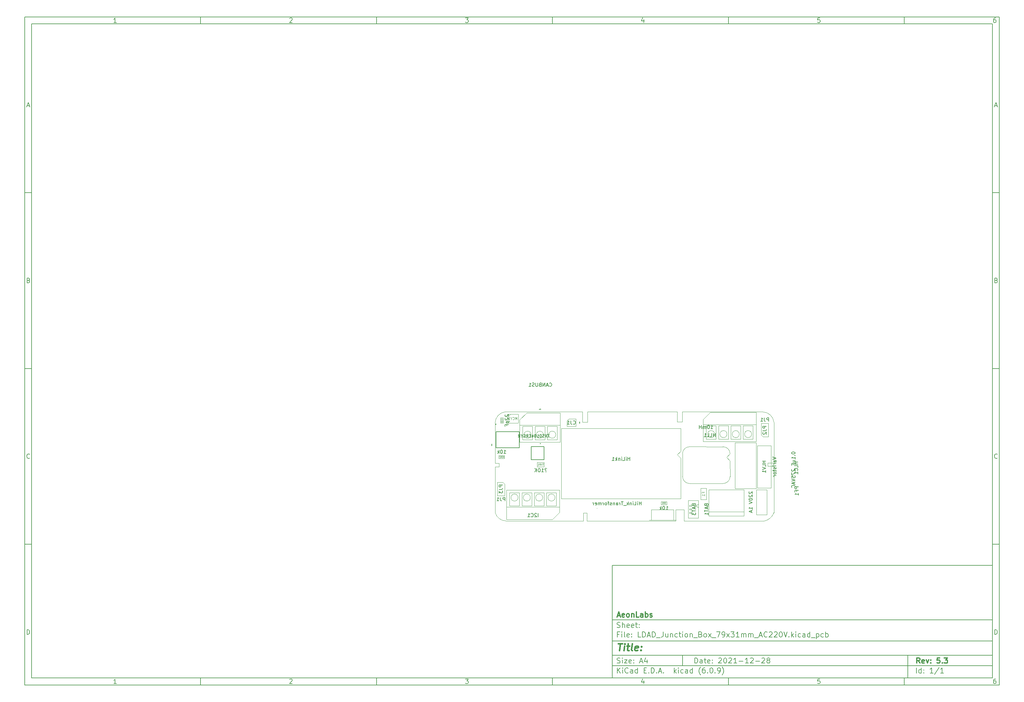
<source format=gbr>
G04 #@! TF.GenerationSoftware,KiCad,Pcbnew,(6.0.9)*
G04 #@! TF.CreationDate,2022-11-26T17:41:20+01:00*
G04 #@! TF.ProjectId,LDAD_Junction_Box_79x31mm_AC220V,4c444144-5f4a-4756-9e63-74696f6e5f42,5.3*
G04 #@! TF.SameCoordinates,Original*
G04 #@! TF.FileFunction,AssemblyDrawing,Bot*
%FSLAX46Y46*%
G04 Gerber Fmt 4.6, Leading zero omitted, Abs format (unit mm)*
G04 Created by KiCad (PCBNEW (6.0.9)) date 2022-11-26 17:41:20*
%MOMM*%
%LPD*%
G01*
G04 APERTURE LIST*
%ADD10C,0.100000*%
%ADD11C,0.150000*%
%ADD12C,0.300000*%
%ADD13C,0.400000*%
%ADD14C,0.105000*%
%ADD15C,0.080000*%
%ADD16C,0.060000*%
%ADD17C,0.120000*%
%ADD18C,0.127000*%
G04 #@! TA.AperFunction,Profile*
%ADD19C,0.120000*%
G04 #@! TD*
%ADD20C,0.200000*%
G04 APERTURE END LIST*
D10*
D11*
X177002200Y-166007200D02*
X177002200Y-198007200D01*
X285002200Y-198007200D01*
X285002200Y-166007200D01*
X177002200Y-166007200D01*
D10*
D11*
X10000000Y-10000000D02*
X10000000Y-200007200D01*
X287002200Y-200007200D01*
X287002200Y-10000000D01*
X10000000Y-10000000D01*
D10*
D11*
X12000000Y-12000000D02*
X12000000Y-198007200D01*
X285002200Y-198007200D01*
X285002200Y-12000000D01*
X12000000Y-12000000D01*
D10*
D11*
X60000000Y-12000000D02*
X60000000Y-10000000D01*
D10*
D11*
X110000000Y-12000000D02*
X110000000Y-10000000D01*
D10*
D11*
X160000000Y-12000000D02*
X160000000Y-10000000D01*
D10*
D11*
X210000000Y-12000000D02*
X210000000Y-10000000D01*
D10*
D11*
X260000000Y-12000000D02*
X260000000Y-10000000D01*
D10*
D11*
X36065476Y-11588095D02*
X35322619Y-11588095D01*
X35694047Y-11588095D02*
X35694047Y-10288095D01*
X35570238Y-10473809D01*
X35446428Y-10597619D01*
X35322619Y-10659523D01*
D10*
D11*
X85322619Y-10411904D02*
X85384523Y-10350000D01*
X85508333Y-10288095D01*
X85817857Y-10288095D01*
X85941666Y-10350000D01*
X86003571Y-10411904D01*
X86065476Y-10535714D01*
X86065476Y-10659523D01*
X86003571Y-10845238D01*
X85260714Y-11588095D01*
X86065476Y-11588095D01*
D10*
D11*
X135260714Y-10288095D02*
X136065476Y-10288095D01*
X135632142Y-10783333D01*
X135817857Y-10783333D01*
X135941666Y-10845238D01*
X136003571Y-10907142D01*
X136065476Y-11030952D01*
X136065476Y-11340476D01*
X136003571Y-11464285D01*
X135941666Y-11526190D01*
X135817857Y-11588095D01*
X135446428Y-11588095D01*
X135322619Y-11526190D01*
X135260714Y-11464285D01*
D10*
D11*
X185941666Y-10721428D02*
X185941666Y-11588095D01*
X185632142Y-10226190D02*
X185322619Y-11154761D01*
X186127380Y-11154761D01*
D10*
D11*
X236003571Y-10288095D02*
X235384523Y-10288095D01*
X235322619Y-10907142D01*
X235384523Y-10845238D01*
X235508333Y-10783333D01*
X235817857Y-10783333D01*
X235941666Y-10845238D01*
X236003571Y-10907142D01*
X236065476Y-11030952D01*
X236065476Y-11340476D01*
X236003571Y-11464285D01*
X235941666Y-11526190D01*
X235817857Y-11588095D01*
X235508333Y-11588095D01*
X235384523Y-11526190D01*
X235322619Y-11464285D01*
D10*
D11*
X285941666Y-10288095D02*
X285694047Y-10288095D01*
X285570238Y-10350000D01*
X285508333Y-10411904D01*
X285384523Y-10597619D01*
X285322619Y-10845238D01*
X285322619Y-11340476D01*
X285384523Y-11464285D01*
X285446428Y-11526190D01*
X285570238Y-11588095D01*
X285817857Y-11588095D01*
X285941666Y-11526190D01*
X286003571Y-11464285D01*
X286065476Y-11340476D01*
X286065476Y-11030952D01*
X286003571Y-10907142D01*
X285941666Y-10845238D01*
X285817857Y-10783333D01*
X285570238Y-10783333D01*
X285446428Y-10845238D01*
X285384523Y-10907142D01*
X285322619Y-11030952D01*
D10*
D11*
X60000000Y-198007200D02*
X60000000Y-200007200D01*
D10*
D11*
X110000000Y-198007200D02*
X110000000Y-200007200D01*
D10*
D11*
X160000000Y-198007200D02*
X160000000Y-200007200D01*
D10*
D11*
X210000000Y-198007200D02*
X210000000Y-200007200D01*
D10*
D11*
X260000000Y-198007200D02*
X260000000Y-200007200D01*
D10*
D11*
X36065476Y-199595295D02*
X35322619Y-199595295D01*
X35694047Y-199595295D02*
X35694047Y-198295295D01*
X35570238Y-198481009D01*
X35446428Y-198604819D01*
X35322619Y-198666723D01*
D10*
D11*
X85322619Y-198419104D02*
X85384523Y-198357200D01*
X85508333Y-198295295D01*
X85817857Y-198295295D01*
X85941666Y-198357200D01*
X86003571Y-198419104D01*
X86065476Y-198542914D01*
X86065476Y-198666723D01*
X86003571Y-198852438D01*
X85260714Y-199595295D01*
X86065476Y-199595295D01*
D10*
D11*
X135260714Y-198295295D02*
X136065476Y-198295295D01*
X135632142Y-198790533D01*
X135817857Y-198790533D01*
X135941666Y-198852438D01*
X136003571Y-198914342D01*
X136065476Y-199038152D01*
X136065476Y-199347676D01*
X136003571Y-199471485D01*
X135941666Y-199533390D01*
X135817857Y-199595295D01*
X135446428Y-199595295D01*
X135322619Y-199533390D01*
X135260714Y-199471485D01*
D10*
D11*
X185941666Y-198728628D02*
X185941666Y-199595295D01*
X185632142Y-198233390D02*
X185322619Y-199161961D01*
X186127380Y-199161961D01*
D10*
D11*
X236003571Y-198295295D02*
X235384523Y-198295295D01*
X235322619Y-198914342D01*
X235384523Y-198852438D01*
X235508333Y-198790533D01*
X235817857Y-198790533D01*
X235941666Y-198852438D01*
X236003571Y-198914342D01*
X236065476Y-199038152D01*
X236065476Y-199347676D01*
X236003571Y-199471485D01*
X235941666Y-199533390D01*
X235817857Y-199595295D01*
X235508333Y-199595295D01*
X235384523Y-199533390D01*
X235322619Y-199471485D01*
D10*
D11*
X285941666Y-198295295D02*
X285694047Y-198295295D01*
X285570238Y-198357200D01*
X285508333Y-198419104D01*
X285384523Y-198604819D01*
X285322619Y-198852438D01*
X285322619Y-199347676D01*
X285384523Y-199471485D01*
X285446428Y-199533390D01*
X285570238Y-199595295D01*
X285817857Y-199595295D01*
X285941666Y-199533390D01*
X286003571Y-199471485D01*
X286065476Y-199347676D01*
X286065476Y-199038152D01*
X286003571Y-198914342D01*
X285941666Y-198852438D01*
X285817857Y-198790533D01*
X285570238Y-198790533D01*
X285446428Y-198852438D01*
X285384523Y-198914342D01*
X285322619Y-199038152D01*
D10*
D11*
X10000000Y-60000000D02*
X12000000Y-60000000D01*
D10*
D11*
X10000000Y-110000000D02*
X12000000Y-110000000D01*
D10*
D11*
X10000000Y-160000000D02*
X12000000Y-160000000D01*
D10*
D11*
X10690476Y-35216666D02*
X11309523Y-35216666D01*
X10566666Y-35588095D02*
X11000000Y-34288095D01*
X11433333Y-35588095D01*
D10*
D11*
X11092857Y-84907142D02*
X11278571Y-84969047D01*
X11340476Y-85030952D01*
X11402380Y-85154761D01*
X11402380Y-85340476D01*
X11340476Y-85464285D01*
X11278571Y-85526190D01*
X11154761Y-85588095D01*
X10659523Y-85588095D01*
X10659523Y-84288095D01*
X11092857Y-84288095D01*
X11216666Y-84350000D01*
X11278571Y-84411904D01*
X11340476Y-84535714D01*
X11340476Y-84659523D01*
X11278571Y-84783333D01*
X11216666Y-84845238D01*
X11092857Y-84907142D01*
X10659523Y-84907142D01*
D10*
D11*
X11402380Y-135464285D02*
X11340476Y-135526190D01*
X11154761Y-135588095D01*
X11030952Y-135588095D01*
X10845238Y-135526190D01*
X10721428Y-135402380D01*
X10659523Y-135278571D01*
X10597619Y-135030952D01*
X10597619Y-134845238D01*
X10659523Y-134597619D01*
X10721428Y-134473809D01*
X10845238Y-134350000D01*
X11030952Y-134288095D01*
X11154761Y-134288095D01*
X11340476Y-134350000D01*
X11402380Y-134411904D01*
D10*
D11*
X10659523Y-185588095D02*
X10659523Y-184288095D01*
X10969047Y-184288095D01*
X11154761Y-184350000D01*
X11278571Y-184473809D01*
X11340476Y-184597619D01*
X11402380Y-184845238D01*
X11402380Y-185030952D01*
X11340476Y-185278571D01*
X11278571Y-185402380D01*
X11154761Y-185526190D01*
X10969047Y-185588095D01*
X10659523Y-185588095D01*
D10*
D11*
X287002200Y-60000000D02*
X285002200Y-60000000D01*
D10*
D11*
X287002200Y-110000000D02*
X285002200Y-110000000D01*
D10*
D11*
X287002200Y-160000000D02*
X285002200Y-160000000D01*
D10*
D11*
X285692676Y-35216666D02*
X286311723Y-35216666D01*
X285568866Y-35588095D02*
X286002200Y-34288095D01*
X286435533Y-35588095D01*
D10*
D11*
X286095057Y-84907142D02*
X286280771Y-84969047D01*
X286342676Y-85030952D01*
X286404580Y-85154761D01*
X286404580Y-85340476D01*
X286342676Y-85464285D01*
X286280771Y-85526190D01*
X286156961Y-85588095D01*
X285661723Y-85588095D01*
X285661723Y-84288095D01*
X286095057Y-84288095D01*
X286218866Y-84350000D01*
X286280771Y-84411904D01*
X286342676Y-84535714D01*
X286342676Y-84659523D01*
X286280771Y-84783333D01*
X286218866Y-84845238D01*
X286095057Y-84907142D01*
X285661723Y-84907142D01*
D10*
D11*
X286404580Y-135464285D02*
X286342676Y-135526190D01*
X286156961Y-135588095D01*
X286033152Y-135588095D01*
X285847438Y-135526190D01*
X285723628Y-135402380D01*
X285661723Y-135278571D01*
X285599819Y-135030952D01*
X285599819Y-134845238D01*
X285661723Y-134597619D01*
X285723628Y-134473809D01*
X285847438Y-134350000D01*
X286033152Y-134288095D01*
X286156961Y-134288095D01*
X286342676Y-134350000D01*
X286404580Y-134411904D01*
D10*
D11*
X285661723Y-185588095D02*
X285661723Y-184288095D01*
X285971247Y-184288095D01*
X286156961Y-184350000D01*
X286280771Y-184473809D01*
X286342676Y-184597619D01*
X286404580Y-184845238D01*
X286404580Y-185030952D01*
X286342676Y-185278571D01*
X286280771Y-185402380D01*
X286156961Y-185526190D01*
X285971247Y-185588095D01*
X285661723Y-185588095D01*
D10*
D11*
X200434342Y-193785771D02*
X200434342Y-192285771D01*
X200791485Y-192285771D01*
X201005771Y-192357200D01*
X201148628Y-192500057D01*
X201220057Y-192642914D01*
X201291485Y-192928628D01*
X201291485Y-193142914D01*
X201220057Y-193428628D01*
X201148628Y-193571485D01*
X201005771Y-193714342D01*
X200791485Y-193785771D01*
X200434342Y-193785771D01*
X202577200Y-193785771D02*
X202577200Y-193000057D01*
X202505771Y-192857200D01*
X202362914Y-192785771D01*
X202077200Y-192785771D01*
X201934342Y-192857200D01*
X202577200Y-193714342D02*
X202434342Y-193785771D01*
X202077200Y-193785771D01*
X201934342Y-193714342D01*
X201862914Y-193571485D01*
X201862914Y-193428628D01*
X201934342Y-193285771D01*
X202077200Y-193214342D01*
X202434342Y-193214342D01*
X202577200Y-193142914D01*
X203077200Y-192785771D02*
X203648628Y-192785771D01*
X203291485Y-192285771D02*
X203291485Y-193571485D01*
X203362914Y-193714342D01*
X203505771Y-193785771D01*
X203648628Y-193785771D01*
X204720057Y-193714342D02*
X204577200Y-193785771D01*
X204291485Y-193785771D01*
X204148628Y-193714342D01*
X204077200Y-193571485D01*
X204077200Y-193000057D01*
X204148628Y-192857200D01*
X204291485Y-192785771D01*
X204577200Y-192785771D01*
X204720057Y-192857200D01*
X204791485Y-193000057D01*
X204791485Y-193142914D01*
X204077200Y-193285771D01*
X205434342Y-193642914D02*
X205505771Y-193714342D01*
X205434342Y-193785771D01*
X205362914Y-193714342D01*
X205434342Y-193642914D01*
X205434342Y-193785771D01*
X205434342Y-192857200D02*
X205505771Y-192928628D01*
X205434342Y-193000057D01*
X205362914Y-192928628D01*
X205434342Y-192857200D01*
X205434342Y-193000057D01*
X207220057Y-192428628D02*
X207291485Y-192357200D01*
X207434342Y-192285771D01*
X207791485Y-192285771D01*
X207934342Y-192357200D01*
X208005771Y-192428628D01*
X208077200Y-192571485D01*
X208077200Y-192714342D01*
X208005771Y-192928628D01*
X207148628Y-193785771D01*
X208077200Y-193785771D01*
X209005771Y-192285771D02*
X209148628Y-192285771D01*
X209291485Y-192357200D01*
X209362914Y-192428628D01*
X209434342Y-192571485D01*
X209505771Y-192857200D01*
X209505771Y-193214342D01*
X209434342Y-193500057D01*
X209362914Y-193642914D01*
X209291485Y-193714342D01*
X209148628Y-193785771D01*
X209005771Y-193785771D01*
X208862914Y-193714342D01*
X208791485Y-193642914D01*
X208720057Y-193500057D01*
X208648628Y-193214342D01*
X208648628Y-192857200D01*
X208720057Y-192571485D01*
X208791485Y-192428628D01*
X208862914Y-192357200D01*
X209005771Y-192285771D01*
X210077200Y-192428628D02*
X210148628Y-192357200D01*
X210291485Y-192285771D01*
X210648628Y-192285771D01*
X210791485Y-192357200D01*
X210862914Y-192428628D01*
X210934342Y-192571485D01*
X210934342Y-192714342D01*
X210862914Y-192928628D01*
X210005771Y-193785771D01*
X210934342Y-193785771D01*
X212362914Y-193785771D02*
X211505771Y-193785771D01*
X211934342Y-193785771D02*
X211934342Y-192285771D01*
X211791485Y-192500057D01*
X211648628Y-192642914D01*
X211505771Y-192714342D01*
X213005771Y-193214342D02*
X214148628Y-193214342D01*
X215648628Y-193785771D02*
X214791485Y-193785771D01*
X215220057Y-193785771D02*
X215220057Y-192285771D01*
X215077200Y-192500057D01*
X214934342Y-192642914D01*
X214791485Y-192714342D01*
X216220057Y-192428628D02*
X216291485Y-192357200D01*
X216434342Y-192285771D01*
X216791485Y-192285771D01*
X216934342Y-192357200D01*
X217005771Y-192428628D01*
X217077200Y-192571485D01*
X217077200Y-192714342D01*
X217005771Y-192928628D01*
X216148628Y-193785771D01*
X217077200Y-193785771D01*
X217720057Y-193214342D02*
X218862914Y-193214342D01*
X219505771Y-192428628D02*
X219577200Y-192357200D01*
X219720057Y-192285771D01*
X220077200Y-192285771D01*
X220220057Y-192357200D01*
X220291485Y-192428628D01*
X220362914Y-192571485D01*
X220362914Y-192714342D01*
X220291485Y-192928628D01*
X219434342Y-193785771D01*
X220362914Y-193785771D01*
X221220057Y-192928628D02*
X221077200Y-192857200D01*
X221005771Y-192785771D01*
X220934342Y-192642914D01*
X220934342Y-192571485D01*
X221005771Y-192428628D01*
X221077200Y-192357200D01*
X221220057Y-192285771D01*
X221505771Y-192285771D01*
X221648628Y-192357200D01*
X221720057Y-192428628D01*
X221791485Y-192571485D01*
X221791485Y-192642914D01*
X221720057Y-192785771D01*
X221648628Y-192857200D01*
X221505771Y-192928628D01*
X221220057Y-192928628D01*
X221077200Y-193000057D01*
X221005771Y-193071485D01*
X220934342Y-193214342D01*
X220934342Y-193500057D01*
X221005771Y-193642914D01*
X221077200Y-193714342D01*
X221220057Y-193785771D01*
X221505771Y-193785771D01*
X221648628Y-193714342D01*
X221720057Y-193642914D01*
X221791485Y-193500057D01*
X221791485Y-193214342D01*
X221720057Y-193071485D01*
X221648628Y-193000057D01*
X221505771Y-192928628D01*
D10*
D11*
X177002200Y-194507200D02*
X285002200Y-194507200D01*
D10*
D11*
X178434342Y-196585771D02*
X178434342Y-195085771D01*
X179291485Y-196585771D02*
X178648628Y-195728628D01*
X179291485Y-195085771D02*
X178434342Y-195942914D01*
X179934342Y-196585771D02*
X179934342Y-195585771D01*
X179934342Y-195085771D02*
X179862914Y-195157200D01*
X179934342Y-195228628D01*
X180005771Y-195157200D01*
X179934342Y-195085771D01*
X179934342Y-195228628D01*
X181505771Y-196442914D02*
X181434342Y-196514342D01*
X181220057Y-196585771D01*
X181077200Y-196585771D01*
X180862914Y-196514342D01*
X180720057Y-196371485D01*
X180648628Y-196228628D01*
X180577200Y-195942914D01*
X180577200Y-195728628D01*
X180648628Y-195442914D01*
X180720057Y-195300057D01*
X180862914Y-195157200D01*
X181077200Y-195085771D01*
X181220057Y-195085771D01*
X181434342Y-195157200D01*
X181505771Y-195228628D01*
X182791485Y-196585771D02*
X182791485Y-195800057D01*
X182720057Y-195657200D01*
X182577200Y-195585771D01*
X182291485Y-195585771D01*
X182148628Y-195657200D01*
X182791485Y-196514342D02*
X182648628Y-196585771D01*
X182291485Y-196585771D01*
X182148628Y-196514342D01*
X182077200Y-196371485D01*
X182077200Y-196228628D01*
X182148628Y-196085771D01*
X182291485Y-196014342D01*
X182648628Y-196014342D01*
X182791485Y-195942914D01*
X184148628Y-196585771D02*
X184148628Y-195085771D01*
X184148628Y-196514342D02*
X184005771Y-196585771D01*
X183720057Y-196585771D01*
X183577200Y-196514342D01*
X183505771Y-196442914D01*
X183434342Y-196300057D01*
X183434342Y-195871485D01*
X183505771Y-195728628D01*
X183577200Y-195657200D01*
X183720057Y-195585771D01*
X184005771Y-195585771D01*
X184148628Y-195657200D01*
X186005771Y-195800057D02*
X186505771Y-195800057D01*
X186720057Y-196585771D02*
X186005771Y-196585771D01*
X186005771Y-195085771D01*
X186720057Y-195085771D01*
X187362914Y-196442914D02*
X187434342Y-196514342D01*
X187362914Y-196585771D01*
X187291485Y-196514342D01*
X187362914Y-196442914D01*
X187362914Y-196585771D01*
X188077200Y-196585771D02*
X188077200Y-195085771D01*
X188434342Y-195085771D01*
X188648628Y-195157200D01*
X188791485Y-195300057D01*
X188862914Y-195442914D01*
X188934342Y-195728628D01*
X188934342Y-195942914D01*
X188862914Y-196228628D01*
X188791485Y-196371485D01*
X188648628Y-196514342D01*
X188434342Y-196585771D01*
X188077200Y-196585771D01*
X189577200Y-196442914D02*
X189648628Y-196514342D01*
X189577200Y-196585771D01*
X189505771Y-196514342D01*
X189577200Y-196442914D01*
X189577200Y-196585771D01*
X190220057Y-196157200D02*
X190934342Y-196157200D01*
X190077200Y-196585771D02*
X190577200Y-195085771D01*
X191077200Y-196585771D01*
X191577200Y-196442914D02*
X191648628Y-196514342D01*
X191577200Y-196585771D01*
X191505771Y-196514342D01*
X191577200Y-196442914D01*
X191577200Y-196585771D01*
X194577200Y-196585771D02*
X194577200Y-195085771D01*
X194720057Y-196014342D02*
X195148628Y-196585771D01*
X195148628Y-195585771D02*
X194577200Y-196157200D01*
X195791485Y-196585771D02*
X195791485Y-195585771D01*
X195791485Y-195085771D02*
X195720057Y-195157200D01*
X195791485Y-195228628D01*
X195862914Y-195157200D01*
X195791485Y-195085771D01*
X195791485Y-195228628D01*
X197148628Y-196514342D02*
X197005771Y-196585771D01*
X196720057Y-196585771D01*
X196577200Y-196514342D01*
X196505771Y-196442914D01*
X196434342Y-196300057D01*
X196434342Y-195871485D01*
X196505771Y-195728628D01*
X196577200Y-195657200D01*
X196720057Y-195585771D01*
X197005771Y-195585771D01*
X197148628Y-195657200D01*
X198434342Y-196585771D02*
X198434342Y-195800057D01*
X198362914Y-195657200D01*
X198220057Y-195585771D01*
X197934342Y-195585771D01*
X197791485Y-195657200D01*
X198434342Y-196514342D02*
X198291485Y-196585771D01*
X197934342Y-196585771D01*
X197791485Y-196514342D01*
X197720057Y-196371485D01*
X197720057Y-196228628D01*
X197791485Y-196085771D01*
X197934342Y-196014342D01*
X198291485Y-196014342D01*
X198434342Y-195942914D01*
X199791485Y-196585771D02*
X199791485Y-195085771D01*
X199791485Y-196514342D02*
X199648628Y-196585771D01*
X199362914Y-196585771D01*
X199220057Y-196514342D01*
X199148628Y-196442914D01*
X199077200Y-196300057D01*
X199077200Y-195871485D01*
X199148628Y-195728628D01*
X199220057Y-195657200D01*
X199362914Y-195585771D01*
X199648628Y-195585771D01*
X199791485Y-195657200D01*
X202077200Y-197157200D02*
X202005771Y-197085771D01*
X201862914Y-196871485D01*
X201791485Y-196728628D01*
X201720057Y-196514342D01*
X201648628Y-196157200D01*
X201648628Y-195871485D01*
X201720057Y-195514342D01*
X201791485Y-195300057D01*
X201862914Y-195157200D01*
X202005771Y-194942914D01*
X202077200Y-194871485D01*
X203291485Y-195085771D02*
X203005771Y-195085771D01*
X202862914Y-195157200D01*
X202791485Y-195228628D01*
X202648628Y-195442914D01*
X202577200Y-195728628D01*
X202577200Y-196300057D01*
X202648628Y-196442914D01*
X202720057Y-196514342D01*
X202862914Y-196585771D01*
X203148628Y-196585771D01*
X203291485Y-196514342D01*
X203362914Y-196442914D01*
X203434342Y-196300057D01*
X203434342Y-195942914D01*
X203362914Y-195800057D01*
X203291485Y-195728628D01*
X203148628Y-195657200D01*
X202862914Y-195657200D01*
X202720057Y-195728628D01*
X202648628Y-195800057D01*
X202577200Y-195942914D01*
X204077200Y-196442914D02*
X204148628Y-196514342D01*
X204077200Y-196585771D01*
X204005771Y-196514342D01*
X204077200Y-196442914D01*
X204077200Y-196585771D01*
X205077200Y-195085771D02*
X205220057Y-195085771D01*
X205362914Y-195157200D01*
X205434342Y-195228628D01*
X205505771Y-195371485D01*
X205577200Y-195657200D01*
X205577200Y-196014342D01*
X205505771Y-196300057D01*
X205434342Y-196442914D01*
X205362914Y-196514342D01*
X205220057Y-196585771D01*
X205077200Y-196585771D01*
X204934342Y-196514342D01*
X204862914Y-196442914D01*
X204791485Y-196300057D01*
X204720057Y-196014342D01*
X204720057Y-195657200D01*
X204791485Y-195371485D01*
X204862914Y-195228628D01*
X204934342Y-195157200D01*
X205077200Y-195085771D01*
X206220057Y-196442914D02*
X206291485Y-196514342D01*
X206220057Y-196585771D01*
X206148628Y-196514342D01*
X206220057Y-196442914D01*
X206220057Y-196585771D01*
X207005771Y-196585771D02*
X207291485Y-196585771D01*
X207434342Y-196514342D01*
X207505771Y-196442914D01*
X207648628Y-196228628D01*
X207720057Y-195942914D01*
X207720057Y-195371485D01*
X207648628Y-195228628D01*
X207577200Y-195157200D01*
X207434342Y-195085771D01*
X207148628Y-195085771D01*
X207005771Y-195157200D01*
X206934342Y-195228628D01*
X206862914Y-195371485D01*
X206862914Y-195728628D01*
X206934342Y-195871485D01*
X207005771Y-195942914D01*
X207148628Y-196014342D01*
X207434342Y-196014342D01*
X207577200Y-195942914D01*
X207648628Y-195871485D01*
X207720057Y-195728628D01*
X208220057Y-197157200D02*
X208291485Y-197085771D01*
X208434342Y-196871485D01*
X208505771Y-196728628D01*
X208577200Y-196514342D01*
X208648628Y-196157200D01*
X208648628Y-195871485D01*
X208577200Y-195514342D01*
X208505771Y-195300057D01*
X208434342Y-195157200D01*
X208291485Y-194942914D01*
X208220057Y-194871485D01*
D10*
D11*
X177002200Y-191507200D02*
X285002200Y-191507200D01*
D10*
D12*
X264411485Y-193785771D02*
X263911485Y-193071485D01*
X263554342Y-193785771D02*
X263554342Y-192285771D01*
X264125771Y-192285771D01*
X264268628Y-192357200D01*
X264340057Y-192428628D01*
X264411485Y-192571485D01*
X264411485Y-192785771D01*
X264340057Y-192928628D01*
X264268628Y-193000057D01*
X264125771Y-193071485D01*
X263554342Y-193071485D01*
X265625771Y-193714342D02*
X265482914Y-193785771D01*
X265197200Y-193785771D01*
X265054342Y-193714342D01*
X264982914Y-193571485D01*
X264982914Y-193000057D01*
X265054342Y-192857200D01*
X265197200Y-192785771D01*
X265482914Y-192785771D01*
X265625771Y-192857200D01*
X265697200Y-193000057D01*
X265697200Y-193142914D01*
X264982914Y-193285771D01*
X266197200Y-192785771D02*
X266554342Y-193785771D01*
X266911485Y-192785771D01*
X267482914Y-193642914D02*
X267554342Y-193714342D01*
X267482914Y-193785771D01*
X267411485Y-193714342D01*
X267482914Y-193642914D01*
X267482914Y-193785771D01*
X267482914Y-192857200D02*
X267554342Y-192928628D01*
X267482914Y-193000057D01*
X267411485Y-192928628D01*
X267482914Y-192857200D01*
X267482914Y-193000057D01*
X270054342Y-192285771D02*
X269340057Y-192285771D01*
X269268628Y-193000057D01*
X269340057Y-192928628D01*
X269482914Y-192857200D01*
X269840057Y-192857200D01*
X269982914Y-192928628D01*
X270054342Y-193000057D01*
X270125771Y-193142914D01*
X270125771Y-193500057D01*
X270054342Y-193642914D01*
X269982914Y-193714342D01*
X269840057Y-193785771D01*
X269482914Y-193785771D01*
X269340057Y-193714342D01*
X269268628Y-193642914D01*
X270768628Y-193642914D02*
X270840057Y-193714342D01*
X270768628Y-193785771D01*
X270697200Y-193714342D01*
X270768628Y-193642914D01*
X270768628Y-193785771D01*
X271340057Y-192285771D02*
X272268628Y-192285771D01*
X271768628Y-192857200D01*
X271982914Y-192857200D01*
X272125771Y-192928628D01*
X272197200Y-193000057D01*
X272268628Y-193142914D01*
X272268628Y-193500057D01*
X272197200Y-193642914D01*
X272125771Y-193714342D01*
X271982914Y-193785771D01*
X271554342Y-193785771D01*
X271411485Y-193714342D01*
X271340057Y-193642914D01*
D10*
D11*
X178362914Y-193714342D02*
X178577200Y-193785771D01*
X178934342Y-193785771D01*
X179077200Y-193714342D01*
X179148628Y-193642914D01*
X179220057Y-193500057D01*
X179220057Y-193357200D01*
X179148628Y-193214342D01*
X179077200Y-193142914D01*
X178934342Y-193071485D01*
X178648628Y-193000057D01*
X178505771Y-192928628D01*
X178434342Y-192857200D01*
X178362914Y-192714342D01*
X178362914Y-192571485D01*
X178434342Y-192428628D01*
X178505771Y-192357200D01*
X178648628Y-192285771D01*
X179005771Y-192285771D01*
X179220057Y-192357200D01*
X179862914Y-193785771D02*
X179862914Y-192785771D01*
X179862914Y-192285771D02*
X179791485Y-192357200D01*
X179862914Y-192428628D01*
X179934342Y-192357200D01*
X179862914Y-192285771D01*
X179862914Y-192428628D01*
X180434342Y-192785771D02*
X181220057Y-192785771D01*
X180434342Y-193785771D01*
X181220057Y-193785771D01*
X182362914Y-193714342D02*
X182220057Y-193785771D01*
X181934342Y-193785771D01*
X181791485Y-193714342D01*
X181720057Y-193571485D01*
X181720057Y-193000057D01*
X181791485Y-192857200D01*
X181934342Y-192785771D01*
X182220057Y-192785771D01*
X182362914Y-192857200D01*
X182434342Y-193000057D01*
X182434342Y-193142914D01*
X181720057Y-193285771D01*
X183077200Y-193642914D02*
X183148628Y-193714342D01*
X183077200Y-193785771D01*
X183005771Y-193714342D01*
X183077200Y-193642914D01*
X183077200Y-193785771D01*
X183077200Y-192857200D02*
X183148628Y-192928628D01*
X183077200Y-193000057D01*
X183005771Y-192928628D01*
X183077200Y-192857200D01*
X183077200Y-193000057D01*
X184862914Y-193357200D02*
X185577200Y-193357200D01*
X184720057Y-193785771D02*
X185220057Y-192285771D01*
X185720057Y-193785771D01*
X186862914Y-192785771D02*
X186862914Y-193785771D01*
X186505771Y-192214342D02*
X186148628Y-193285771D01*
X187077200Y-193285771D01*
D10*
D11*
X263434342Y-196585771D02*
X263434342Y-195085771D01*
X264791485Y-196585771D02*
X264791485Y-195085771D01*
X264791485Y-196514342D02*
X264648628Y-196585771D01*
X264362914Y-196585771D01*
X264220057Y-196514342D01*
X264148628Y-196442914D01*
X264077200Y-196300057D01*
X264077200Y-195871485D01*
X264148628Y-195728628D01*
X264220057Y-195657200D01*
X264362914Y-195585771D01*
X264648628Y-195585771D01*
X264791485Y-195657200D01*
X265505771Y-196442914D02*
X265577200Y-196514342D01*
X265505771Y-196585771D01*
X265434342Y-196514342D01*
X265505771Y-196442914D01*
X265505771Y-196585771D01*
X265505771Y-195657200D02*
X265577200Y-195728628D01*
X265505771Y-195800057D01*
X265434342Y-195728628D01*
X265505771Y-195657200D01*
X265505771Y-195800057D01*
X268148628Y-196585771D02*
X267291485Y-196585771D01*
X267720057Y-196585771D02*
X267720057Y-195085771D01*
X267577200Y-195300057D01*
X267434342Y-195442914D01*
X267291485Y-195514342D01*
X269862914Y-195014342D02*
X268577200Y-196942914D01*
X271148628Y-196585771D02*
X270291485Y-196585771D01*
X270720057Y-196585771D02*
X270720057Y-195085771D01*
X270577200Y-195300057D01*
X270434342Y-195442914D01*
X270291485Y-195514342D01*
D10*
D11*
X177002200Y-187507200D02*
X285002200Y-187507200D01*
D10*
D13*
X178714580Y-188211961D02*
X179857438Y-188211961D01*
X179036009Y-190211961D02*
X179286009Y-188211961D01*
X180274104Y-190211961D02*
X180440771Y-188878628D01*
X180524104Y-188211961D02*
X180416961Y-188307200D01*
X180500295Y-188402438D01*
X180607438Y-188307200D01*
X180524104Y-188211961D01*
X180500295Y-188402438D01*
X181107438Y-188878628D02*
X181869342Y-188878628D01*
X181476485Y-188211961D02*
X181262200Y-189926247D01*
X181333628Y-190116723D01*
X181512200Y-190211961D01*
X181702676Y-190211961D01*
X182655057Y-190211961D02*
X182476485Y-190116723D01*
X182405057Y-189926247D01*
X182619342Y-188211961D01*
X184190771Y-190116723D02*
X183988390Y-190211961D01*
X183607438Y-190211961D01*
X183428866Y-190116723D01*
X183357438Y-189926247D01*
X183452676Y-189164342D01*
X183571723Y-188973866D01*
X183774104Y-188878628D01*
X184155057Y-188878628D01*
X184333628Y-188973866D01*
X184405057Y-189164342D01*
X184381247Y-189354819D01*
X183405057Y-189545295D01*
X185155057Y-190021485D02*
X185238390Y-190116723D01*
X185131247Y-190211961D01*
X185047914Y-190116723D01*
X185155057Y-190021485D01*
X185131247Y-190211961D01*
X185286009Y-188973866D02*
X185369342Y-189069104D01*
X185262200Y-189164342D01*
X185178866Y-189069104D01*
X185286009Y-188973866D01*
X185262200Y-189164342D01*
D10*
D11*
X178934342Y-185600057D02*
X178434342Y-185600057D01*
X178434342Y-186385771D02*
X178434342Y-184885771D01*
X179148628Y-184885771D01*
X179720057Y-186385771D02*
X179720057Y-185385771D01*
X179720057Y-184885771D02*
X179648628Y-184957200D01*
X179720057Y-185028628D01*
X179791485Y-184957200D01*
X179720057Y-184885771D01*
X179720057Y-185028628D01*
X180648628Y-186385771D02*
X180505771Y-186314342D01*
X180434342Y-186171485D01*
X180434342Y-184885771D01*
X181791485Y-186314342D02*
X181648628Y-186385771D01*
X181362914Y-186385771D01*
X181220057Y-186314342D01*
X181148628Y-186171485D01*
X181148628Y-185600057D01*
X181220057Y-185457200D01*
X181362914Y-185385771D01*
X181648628Y-185385771D01*
X181791485Y-185457200D01*
X181862914Y-185600057D01*
X181862914Y-185742914D01*
X181148628Y-185885771D01*
X182505771Y-186242914D02*
X182577200Y-186314342D01*
X182505771Y-186385771D01*
X182434342Y-186314342D01*
X182505771Y-186242914D01*
X182505771Y-186385771D01*
X182505771Y-185457200D02*
X182577200Y-185528628D01*
X182505771Y-185600057D01*
X182434342Y-185528628D01*
X182505771Y-185457200D01*
X182505771Y-185600057D01*
X185077200Y-186385771D02*
X184362914Y-186385771D01*
X184362914Y-184885771D01*
X185577200Y-186385771D02*
X185577200Y-184885771D01*
X185934342Y-184885771D01*
X186148628Y-184957200D01*
X186291485Y-185100057D01*
X186362914Y-185242914D01*
X186434342Y-185528628D01*
X186434342Y-185742914D01*
X186362914Y-186028628D01*
X186291485Y-186171485D01*
X186148628Y-186314342D01*
X185934342Y-186385771D01*
X185577200Y-186385771D01*
X187005771Y-185957200D02*
X187720057Y-185957200D01*
X186862914Y-186385771D02*
X187362914Y-184885771D01*
X187862914Y-186385771D01*
X188362914Y-186385771D02*
X188362914Y-184885771D01*
X188720057Y-184885771D01*
X188934342Y-184957200D01*
X189077200Y-185100057D01*
X189148628Y-185242914D01*
X189220057Y-185528628D01*
X189220057Y-185742914D01*
X189148628Y-186028628D01*
X189077200Y-186171485D01*
X188934342Y-186314342D01*
X188720057Y-186385771D01*
X188362914Y-186385771D01*
X189505771Y-186528628D02*
X190648628Y-186528628D01*
X191434342Y-184885771D02*
X191434342Y-185957200D01*
X191362914Y-186171485D01*
X191220057Y-186314342D01*
X191005771Y-186385771D01*
X190862914Y-186385771D01*
X192791485Y-185385771D02*
X192791485Y-186385771D01*
X192148628Y-185385771D02*
X192148628Y-186171485D01*
X192220057Y-186314342D01*
X192362914Y-186385771D01*
X192577200Y-186385771D01*
X192720057Y-186314342D01*
X192791485Y-186242914D01*
X193505771Y-185385771D02*
X193505771Y-186385771D01*
X193505771Y-185528628D02*
X193577200Y-185457200D01*
X193720057Y-185385771D01*
X193934342Y-185385771D01*
X194077200Y-185457200D01*
X194148628Y-185600057D01*
X194148628Y-186385771D01*
X195505771Y-186314342D02*
X195362914Y-186385771D01*
X195077200Y-186385771D01*
X194934342Y-186314342D01*
X194862914Y-186242914D01*
X194791485Y-186100057D01*
X194791485Y-185671485D01*
X194862914Y-185528628D01*
X194934342Y-185457200D01*
X195077200Y-185385771D01*
X195362914Y-185385771D01*
X195505771Y-185457200D01*
X195934342Y-185385771D02*
X196505771Y-185385771D01*
X196148628Y-184885771D02*
X196148628Y-186171485D01*
X196220057Y-186314342D01*
X196362914Y-186385771D01*
X196505771Y-186385771D01*
X197005771Y-186385771D02*
X197005771Y-185385771D01*
X197005771Y-184885771D02*
X196934342Y-184957200D01*
X197005771Y-185028628D01*
X197077200Y-184957200D01*
X197005771Y-184885771D01*
X197005771Y-185028628D01*
X197934342Y-186385771D02*
X197791485Y-186314342D01*
X197720057Y-186242914D01*
X197648628Y-186100057D01*
X197648628Y-185671485D01*
X197720057Y-185528628D01*
X197791485Y-185457200D01*
X197934342Y-185385771D01*
X198148628Y-185385771D01*
X198291485Y-185457200D01*
X198362914Y-185528628D01*
X198434342Y-185671485D01*
X198434342Y-186100057D01*
X198362914Y-186242914D01*
X198291485Y-186314342D01*
X198148628Y-186385771D01*
X197934342Y-186385771D01*
X199077200Y-185385771D02*
X199077200Y-186385771D01*
X199077200Y-185528628D02*
X199148628Y-185457200D01*
X199291485Y-185385771D01*
X199505771Y-185385771D01*
X199648628Y-185457200D01*
X199720057Y-185600057D01*
X199720057Y-186385771D01*
X200077200Y-186528628D02*
X201220057Y-186528628D01*
X202077200Y-185600057D02*
X202291485Y-185671485D01*
X202362914Y-185742914D01*
X202434342Y-185885771D01*
X202434342Y-186100057D01*
X202362914Y-186242914D01*
X202291485Y-186314342D01*
X202148628Y-186385771D01*
X201577200Y-186385771D01*
X201577200Y-184885771D01*
X202077200Y-184885771D01*
X202220057Y-184957200D01*
X202291485Y-185028628D01*
X202362914Y-185171485D01*
X202362914Y-185314342D01*
X202291485Y-185457200D01*
X202220057Y-185528628D01*
X202077200Y-185600057D01*
X201577200Y-185600057D01*
X203291485Y-186385771D02*
X203148628Y-186314342D01*
X203077200Y-186242914D01*
X203005771Y-186100057D01*
X203005771Y-185671485D01*
X203077200Y-185528628D01*
X203148628Y-185457200D01*
X203291485Y-185385771D01*
X203505771Y-185385771D01*
X203648628Y-185457200D01*
X203720057Y-185528628D01*
X203791485Y-185671485D01*
X203791485Y-186100057D01*
X203720057Y-186242914D01*
X203648628Y-186314342D01*
X203505771Y-186385771D01*
X203291485Y-186385771D01*
X204291485Y-186385771D02*
X205077200Y-185385771D01*
X204291485Y-185385771D02*
X205077200Y-186385771D01*
X205291485Y-186528628D02*
X206434342Y-186528628D01*
X206648628Y-184885771D02*
X207648628Y-184885771D01*
X207005771Y-186385771D01*
X208291485Y-186385771D02*
X208577200Y-186385771D01*
X208720057Y-186314342D01*
X208791485Y-186242914D01*
X208934342Y-186028628D01*
X209005771Y-185742914D01*
X209005771Y-185171485D01*
X208934342Y-185028628D01*
X208862914Y-184957200D01*
X208720057Y-184885771D01*
X208434342Y-184885771D01*
X208291485Y-184957200D01*
X208220057Y-185028628D01*
X208148628Y-185171485D01*
X208148628Y-185528628D01*
X208220057Y-185671485D01*
X208291485Y-185742914D01*
X208434342Y-185814342D01*
X208720057Y-185814342D01*
X208862914Y-185742914D01*
X208934342Y-185671485D01*
X209005771Y-185528628D01*
X209505771Y-186385771D02*
X210291485Y-185385771D01*
X209505771Y-185385771D02*
X210291485Y-186385771D01*
X210720057Y-184885771D02*
X211648628Y-184885771D01*
X211148628Y-185457200D01*
X211362914Y-185457200D01*
X211505771Y-185528628D01*
X211577200Y-185600057D01*
X211648628Y-185742914D01*
X211648628Y-186100057D01*
X211577200Y-186242914D01*
X211505771Y-186314342D01*
X211362914Y-186385771D01*
X210934342Y-186385771D01*
X210791485Y-186314342D01*
X210720057Y-186242914D01*
X213077200Y-186385771D02*
X212220057Y-186385771D01*
X212648628Y-186385771D02*
X212648628Y-184885771D01*
X212505771Y-185100057D01*
X212362914Y-185242914D01*
X212220057Y-185314342D01*
X213720057Y-186385771D02*
X213720057Y-185385771D01*
X213720057Y-185528628D02*
X213791485Y-185457200D01*
X213934342Y-185385771D01*
X214148628Y-185385771D01*
X214291485Y-185457200D01*
X214362914Y-185600057D01*
X214362914Y-186385771D01*
X214362914Y-185600057D02*
X214434342Y-185457200D01*
X214577200Y-185385771D01*
X214791485Y-185385771D01*
X214934342Y-185457200D01*
X215005771Y-185600057D01*
X215005771Y-186385771D01*
X215720057Y-186385771D02*
X215720057Y-185385771D01*
X215720057Y-185528628D02*
X215791485Y-185457200D01*
X215934342Y-185385771D01*
X216148628Y-185385771D01*
X216291485Y-185457200D01*
X216362914Y-185600057D01*
X216362914Y-186385771D01*
X216362914Y-185600057D02*
X216434342Y-185457200D01*
X216577200Y-185385771D01*
X216791485Y-185385771D01*
X216934342Y-185457200D01*
X217005771Y-185600057D01*
X217005771Y-186385771D01*
X217362914Y-186528628D02*
X218505771Y-186528628D01*
X218791485Y-185957200D02*
X219505771Y-185957200D01*
X218648628Y-186385771D02*
X219148628Y-184885771D01*
X219648628Y-186385771D01*
X221005771Y-186242914D02*
X220934342Y-186314342D01*
X220720057Y-186385771D01*
X220577200Y-186385771D01*
X220362914Y-186314342D01*
X220220057Y-186171485D01*
X220148628Y-186028628D01*
X220077200Y-185742914D01*
X220077200Y-185528628D01*
X220148628Y-185242914D01*
X220220057Y-185100057D01*
X220362914Y-184957200D01*
X220577200Y-184885771D01*
X220720057Y-184885771D01*
X220934342Y-184957200D01*
X221005771Y-185028628D01*
X221577200Y-185028628D02*
X221648628Y-184957200D01*
X221791485Y-184885771D01*
X222148628Y-184885771D01*
X222291485Y-184957200D01*
X222362914Y-185028628D01*
X222434342Y-185171485D01*
X222434342Y-185314342D01*
X222362914Y-185528628D01*
X221505771Y-186385771D01*
X222434342Y-186385771D01*
X223005771Y-185028628D02*
X223077200Y-184957200D01*
X223220057Y-184885771D01*
X223577200Y-184885771D01*
X223720057Y-184957200D01*
X223791485Y-185028628D01*
X223862914Y-185171485D01*
X223862914Y-185314342D01*
X223791485Y-185528628D01*
X222934342Y-186385771D01*
X223862914Y-186385771D01*
X224791485Y-184885771D02*
X224934342Y-184885771D01*
X225077199Y-184957200D01*
X225148628Y-185028628D01*
X225220057Y-185171485D01*
X225291485Y-185457200D01*
X225291485Y-185814342D01*
X225220057Y-186100057D01*
X225148628Y-186242914D01*
X225077199Y-186314342D01*
X224934342Y-186385771D01*
X224791485Y-186385771D01*
X224648628Y-186314342D01*
X224577199Y-186242914D01*
X224505771Y-186100057D01*
X224434342Y-185814342D01*
X224434342Y-185457200D01*
X224505771Y-185171485D01*
X224577199Y-185028628D01*
X224648628Y-184957200D01*
X224791485Y-184885771D01*
X225720057Y-184885771D02*
X226220057Y-186385771D01*
X226720057Y-184885771D01*
X227220057Y-186242914D02*
X227291485Y-186314342D01*
X227220057Y-186385771D01*
X227148628Y-186314342D01*
X227220057Y-186242914D01*
X227220057Y-186385771D01*
X227934342Y-186385771D02*
X227934342Y-184885771D01*
X228077199Y-185814342D02*
X228505771Y-186385771D01*
X228505771Y-185385771D02*
X227934342Y-185957200D01*
X229148628Y-186385771D02*
X229148628Y-185385771D01*
X229148628Y-184885771D02*
X229077199Y-184957200D01*
X229148628Y-185028628D01*
X229220057Y-184957200D01*
X229148628Y-184885771D01*
X229148628Y-185028628D01*
X230505771Y-186314342D02*
X230362914Y-186385771D01*
X230077200Y-186385771D01*
X229934342Y-186314342D01*
X229862914Y-186242914D01*
X229791485Y-186100057D01*
X229791485Y-185671485D01*
X229862914Y-185528628D01*
X229934342Y-185457200D01*
X230077200Y-185385771D01*
X230362914Y-185385771D01*
X230505771Y-185457200D01*
X231791485Y-186385771D02*
X231791485Y-185600057D01*
X231720057Y-185457200D01*
X231577199Y-185385771D01*
X231291485Y-185385771D01*
X231148628Y-185457200D01*
X231791485Y-186314342D02*
X231648628Y-186385771D01*
X231291485Y-186385771D01*
X231148628Y-186314342D01*
X231077199Y-186171485D01*
X231077199Y-186028628D01*
X231148628Y-185885771D01*
X231291485Y-185814342D01*
X231648628Y-185814342D01*
X231791485Y-185742914D01*
X233148628Y-186385771D02*
X233148628Y-184885771D01*
X233148628Y-186314342D02*
X233005771Y-186385771D01*
X232720057Y-186385771D01*
X232577199Y-186314342D01*
X232505771Y-186242914D01*
X232434342Y-186100057D01*
X232434342Y-185671485D01*
X232505771Y-185528628D01*
X232577199Y-185457200D01*
X232720057Y-185385771D01*
X233005771Y-185385771D01*
X233148628Y-185457200D01*
X233505771Y-186528628D02*
X234648628Y-186528628D01*
X235005771Y-185385771D02*
X235005771Y-186885771D01*
X235005771Y-185457200D02*
X235148628Y-185385771D01*
X235434342Y-185385771D01*
X235577199Y-185457200D01*
X235648628Y-185528628D01*
X235720057Y-185671485D01*
X235720057Y-186100057D01*
X235648628Y-186242914D01*
X235577199Y-186314342D01*
X235434342Y-186385771D01*
X235148628Y-186385771D01*
X235005771Y-186314342D01*
X237005771Y-186314342D02*
X236862914Y-186385771D01*
X236577200Y-186385771D01*
X236434342Y-186314342D01*
X236362914Y-186242914D01*
X236291485Y-186100057D01*
X236291485Y-185671485D01*
X236362914Y-185528628D01*
X236434342Y-185457200D01*
X236577200Y-185385771D01*
X236862914Y-185385771D01*
X237005771Y-185457200D01*
X237648628Y-186385771D02*
X237648628Y-184885771D01*
X237648628Y-185457200D02*
X237791485Y-185385771D01*
X238077199Y-185385771D01*
X238220057Y-185457200D01*
X238291485Y-185528628D01*
X238362914Y-185671485D01*
X238362914Y-186100057D01*
X238291485Y-186242914D01*
X238220057Y-186314342D01*
X238077199Y-186385771D01*
X237791485Y-186385771D01*
X237648628Y-186314342D01*
D10*
D11*
X177002200Y-181507200D02*
X285002200Y-181507200D01*
D10*
D11*
X178362914Y-183614342D02*
X178577200Y-183685771D01*
X178934342Y-183685771D01*
X179077200Y-183614342D01*
X179148628Y-183542914D01*
X179220057Y-183400057D01*
X179220057Y-183257200D01*
X179148628Y-183114342D01*
X179077200Y-183042914D01*
X178934342Y-182971485D01*
X178648628Y-182900057D01*
X178505771Y-182828628D01*
X178434342Y-182757200D01*
X178362914Y-182614342D01*
X178362914Y-182471485D01*
X178434342Y-182328628D01*
X178505771Y-182257200D01*
X178648628Y-182185771D01*
X179005771Y-182185771D01*
X179220057Y-182257200D01*
X179862914Y-183685771D02*
X179862914Y-182185771D01*
X180505771Y-183685771D02*
X180505771Y-182900057D01*
X180434342Y-182757200D01*
X180291485Y-182685771D01*
X180077200Y-182685771D01*
X179934342Y-182757200D01*
X179862914Y-182828628D01*
X181791485Y-183614342D02*
X181648628Y-183685771D01*
X181362914Y-183685771D01*
X181220057Y-183614342D01*
X181148628Y-183471485D01*
X181148628Y-182900057D01*
X181220057Y-182757200D01*
X181362914Y-182685771D01*
X181648628Y-182685771D01*
X181791485Y-182757200D01*
X181862914Y-182900057D01*
X181862914Y-183042914D01*
X181148628Y-183185771D01*
X183077200Y-183614342D02*
X182934342Y-183685771D01*
X182648628Y-183685771D01*
X182505771Y-183614342D01*
X182434342Y-183471485D01*
X182434342Y-182900057D01*
X182505771Y-182757200D01*
X182648628Y-182685771D01*
X182934342Y-182685771D01*
X183077200Y-182757200D01*
X183148628Y-182900057D01*
X183148628Y-183042914D01*
X182434342Y-183185771D01*
X183577200Y-182685771D02*
X184148628Y-182685771D01*
X183791485Y-182185771D02*
X183791485Y-183471485D01*
X183862914Y-183614342D01*
X184005771Y-183685771D01*
X184148628Y-183685771D01*
X184648628Y-183542914D02*
X184720057Y-183614342D01*
X184648628Y-183685771D01*
X184577200Y-183614342D01*
X184648628Y-183542914D01*
X184648628Y-183685771D01*
X184648628Y-182757200D02*
X184720057Y-182828628D01*
X184648628Y-182900057D01*
X184577200Y-182828628D01*
X184648628Y-182757200D01*
X184648628Y-182900057D01*
D10*
D12*
X178482914Y-180257200D02*
X179197200Y-180257200D01*
X178340057Y-180685771D02*
X178840057Y-179185771D01*
X179340057Y-180685771D01*
X180411485Y-180614342D02*
X180268628Y-180685771D01*
X179982914Y-180685771D01*
X179840057Y-180614342D01*
X179768628Y-180471485D01*
X179768628Y-179900057D01*
X179840057Y-179757200D01*
X179982914Y-179685771D01*
X180268628Y-179685771D01*
X180411485Y-179757200D01*
X180482914Y-179900057D01*
X180482914Y-180042914D01*
X179768628Y-180185771D01*
X181340057Y-180685771D02*
X181197200Y-180614342D01*
X181125771Y-180542914D01*
X181054342Y-180400057D01*
X181054342Y-179971485D01*
X181125771Y-179828628D01*
X181197200Y-179757200D01*
X181340057Y-179685771D01*
X181554342Y-179685771D01*
X181697200Y-179757200D01*
X181768628Y-179828628D01*
X181840057Y-179971485D01*
X181840057Y-180400057D01*
X181768628Y-180542914D01*
X181697200Y-180614342D01*
X181554342Y-180685771D01*
X181340057Y-180685771D01*
X182482914Y-179685771D02*
X182482914Y-180685771D01*
X182482914Y-179828628D02*
X182554342Y-179757200D01*
X182697200Y-179685771D01*
X182911485Y-179685771D01*
X183054342Y-179757200D01*
X183125771Y-179900057D01*
X183125771Y-180685771D01*
X184554342Y-180685771D02*
X183840057Y-180685771D01*
X183840057Y-179185771D01*
X185697200Y-180685771D02*
X185697200Y-179900057D01*
X185625771Y-179757200D01*
X185482914Y-179685771D01*
X185197200Y-179685771D01*
X185054342Y-179757200D01*
X185697200Y-180614342D02*
X185554342Y-180685771D01*
X185197200Y-180685771D01*
X185054342Y-180614342D01*
X184982914Y-180471485D01*
X184982914Y-180328628D01*
X185054342Y-180185771D01*
X185197200Y-180114342D01*
X185554342Y-180114342D01*
X185697200Y-180042914D01*
X186411485Y-180685771D02*
X186411485Y-179185771D01*
X186411485Y-179757200D02*
X186554342Y-179685771D01*
X186840057Y-179685771D01*
X186982914Y-179757200D01*
X187054342Y-179828628D01*
X187125771Y-179971485D01*
X187125771Y-180400057D01*
X187054342Y-180542914D01*
X186982914Y-180614342D01*
X186840057Y-180685771D01*
X186554342Y-180685771D01*
X186411485Y-180614342D01*
X187697200Y-180614342D02*
X187840057Y-180685771D01*
X188125771Y-180685771D01*
X188268628Y-180614342D01*
X188340057Y-180471485D01*
X188340057Y-180400057D01*
X188268628Y-180257200D01*
X188125771Y-180185771D01*
X187911485Y-180185771D01*
X187768628Y-180114342D01*
X187697200Y-179971485D01*
X187697200Y-179900057D01*
X187768628Y-179757200D01*
X187911485Y-179685771D01*
X188125771Y-179685771D01*
X188268628Y-179757200D01*
D10*
D11*
D10*
D11*
D10*
D11*
D10*
D11*
D10*
D11*
X197002200Y-191507200D02*
X197002200Y-194507200D01*
D10*
D11*
X261002200Y-191507200D02*
X261002200Y-198007200D01*
G04 #@! TO.C,HiLink1*
X185237142Y-148822380D02*
X185237142Y-147822380D01*
X185237142Y-148298571D02*
X184665714Y-148298571D01*
X184665714Y-148822380D02*
X184665714Y-147822380D01*
X184189523Y-148822380D02*
X184189523Y-148155714D01*
X184189523Y-147822380D02*
X184237142Y-147870000D01*
X184189523Y-147917619D01*
X184141904Y-147870000D01*
X184189523Y-147822380D01*
X184189523Y-147917619D01*
X183237142Y-148822380D02*
X183713333Y-148822380D01*
X183713333Y-147822380D01*
X182903809Y-148822380D02*
X182903809Y-148155714D01*
X182903809Y-147822380D02*
X182951428Y-147870000D01*
X182903809Y-147917619D01*
X182856190Y-147870000D01*
X182903809Y-147822380D01*
X182903809Y-147917619D01*
X182427619Y-148155714D02*
X182427619Y-148822380D01*
X182427619Y-148250952D02*
X182380000Y-148203333D01*
X182284761Y-148155714D01*
X182141904Y-148155714D01*
X182046666Y-148203333D01*
X181999047Y-148298571D01*
X181999047Y-148822380D01*
X181522857Y-148822380D02*
X181522857Y-147822380D01*
X181427619Y-148441428D02*
X181141904Y-148822380D01*
X181141904Y-148155714D02*
X181522857Y-148536666D01*
X180951428Y-148917619D02*
X180189523Y-148917619D01*
X180094285Y-147822380D02*
X179522857Y-147822380D01*
X179808571Y-148822380D02*
X179808571Y-147822380D01*
X179189523Y-148822380D02*
X179189523Y-148155714D01*
X179189523Y-148346190D02*
X179141904Y-148250952D01*
X179094285Y-148203333D01*
X178999047Y-148155714D01*
X178903809Y-148155714D01*
X178141904Y-148822380D02*
X178141904Y-148298571D01*
X178189523Y-148203333D01*
X178284761Y-148155714D01*
X178475238Y-148155714D01*
X178570476Y-148203333D01*
X178141904Y-148774761D02*
X178237142Y-148822380D01*
X178475238Y-148822380D01*
X178570476Y-148774761D01*
X178618095Y-148679523D01*
X178618095Y-148584285D01*
X178570476Y-148489047D01*
X178475238Y-148441428D01*
X178237142Y-148441428D01*
X178141904Y-148393809D01*
X177665714Y-148155714D02*
X177665714Y-148822380D01*
X177665714Y-148250952D02*
X177618095Y-148203333D01*
X177522857Y-148155714D01*
X177380000Y-148155714D01*
X177284761Y-148203333D01*
X177237142Y-148298571D01*
X177237142Y-148822380D01*
X176808571Y-148774761D02*
X176713333Y-148822380D01*
X176522857Y-148822380D01*
X176427619Y-148774761D01*
X176380000Y-148679523D01*
X176380000Y-148631904D01*
X176427619Y-148536666D01*
X176522857Y-148489047D01*
X176665714Y-148489047D01*
X176760952Y-148441428D01*
X176808571Y-148346190D01*
X176808571Y-148298571D01*
X176760952Y-148203333D01*
X176665714Y-148155714D01*
X176522857Y-148155714D01*
X176427619Y-148203333D01*
X176094285Y-148155714D02*
X175713333Y-148155714D01*
X175951428Y-148822380D02*
X175951428Y-147965238D01*
X175903809Y-147870000D01*
X175808571Y-147822380D01*
X175713333Y-147822380D01*
X175237142Y-148822380D02*
X175332380Y-148774761D01*
X175380000Y-148727142D01*
X175427619Y-148631904D01*
X175427619Y-148346190D01*
X175380000Y-148250952D01*
X175332380Y-148203333D01*
X175237142Y-148155714D01*
X175094285Y-148155714D01*
X174999047Y-148203333D01*
X174951428Y-148250952D01*
X174903809Y-148346190D01*
X174903809Y-148631904D01*
X174951428Y-148727142D01*
X174999047Y-148774761D01*
X175094285Y-148822380D01*
X175237142Y-148822380D01*
X174475238Y-148822380D02*
X174475238Y-148155714D01*
X174475238Y-148346190D02*
X174427619Y-148250952D01*
X174380000Y-148203333D01*
X174284761Y-148155714D01*
X174189523Y-148155714D01*
X173856190Y-148822380D02*
X173856190Y-148155714D01*
X173856190Y-148250952D02*
X173808571Y-148203333D01*
X173713333Y-148155714D01*
X173570476Y-148155714D01*
X173475238Y-148203333D01*
X173427619Y-148298571D01*
X173427619Y-148822380D01*
X173427619Y-148298571D02*
X173380000Y-148203333D01*
X173284761Y-148155714D01*
X173141904Y-148155714D01*
X173046666Y-148203333D01*
X172999047Y-148298571D01*
X172999047Y-148822380D01*
X172141904Y-148774761D02*
X172237142Y-148822380D01*
X172427619Y-148822380D01*
X172522857Y-148774761D01*
X172570476Y-148679523D01*
X172570476Y-148298571D01*
X172522857Y-148203333D01*
X172427619Y-148155714D01*
X172237142Y-148155714D01*
X172141904Y-148203333D01*
X172094285Y-148298571D01*
X172094285Y-148393809D01*
X172570476Y-148489047D01*
X171665714Y-148822380D02*
X171665714Y-148155714D01*
X171665714Y-148346190D02*
X171618095Y-148250952D01*
X171570476Y-148203333D01*
X171475238Y-148155714D01*
X171380000Y-148155714D01*
X181990000Y-136142380D02*
X181990000Y-135142380D01*
X181990000Y-135618571D02*
X181418571Y-135618571D01*
X181418571Y-136142380D02*
X181418571Y-135142380D01*
X180942380Y-136142380D02*
X180942380Y-135475714D01*
X180942380Y-135142380D02*
X180990000Y-135190000D01*
X180942380Y-135237619D01*
X180894761Y-135190000D01*
X180942380Y-135142380D01*
X180942380Y-135237619D01*
X179990000Y-136142380D02*
X180466190Y-136142380D01*
X180466190Y-135142380D01*
X179656666Y-136142380D02*
X179656666Y-135475714D01*
X179656666Y-135142380D02*
X179704285Y-135190000D01*
X179656666Y-135237619D01*
X179609047Y-135190000D01*
X179656666Y-135142380D01*
X179656666Y-135237619D01*
X179180476Y-135475714D02*
X179180476Y-136142380D01*
X179180476Y-135570952D02*
X179132857Y-135523333D01*
X179037619Y-135475714D01*
X178894761Y-135475714D01*
X178799523Y-135523333D01*
X178751904Y-135618571D01*
X178751904Y-136142380D01*
X178275714Y-136142380D02*
X178275714Y-135142380D01*
X178180476Y-135761428D02*
X177894761Y-136142380D01*
X177894761Y-135475714D02*
X178275714Y-135856666D01*
X176942380Y-136142380D02*
X177513809Y-136142380D01*
X177228095Y-136142380D02*
X177228095Y-135142380D01*
X177323333Y-135285238D01*
X177418571Y-135380476D01*
X177513809Y-135428095D01*
G04 #@! TO.C,BAT3*
X203718571Y-148805714D02*
X203766190Y-148948571D01*
X203813809Y-148996190D01*
X203909047Y-149043809D01*
X204051904Y-149043809D01*
X204147142Y-148996190D01*
X204194761Y-148948571D01*
X204242380Y-148853333D01*
X204242380Y-148472380D01*
X203242380Y-148472380D01*
X203242380Y-148805714D01*
X203290000Y-148900952D01*
X203337619Y-148948571D01*
X203432857Y-148996190D01*
X203528095Y-148996190D01*
X203623333Y-148948571D01*
X203670952Y-148900952D01*
X203718571Y-148805714D01*
X203718571Y-148472380D01*
X203956666Y-149424761D02*
X203956666Y-149900952D01*
X204242380Y-149329523D02*
X203242380Y-149662857D01*
X204242380Y-149996190D01*
X203242380Y-150186666D02*
X203242380Y-150758095D01*
X204242380Y-150472380D02*
X203242380Y-150472380D01*
X204242380Y-151615238D02*
X204242380Y-151043809D01*
X204242380Y-151329523D02*
X203242380Y-151329523D01*
X203385238Y-151234285D01*
X203480476Y-151139047D01*
X203528095Y-151043809D01*
X200168571Y-148805714D02*
X200216190Y-148948571D01*
X200263809Y-148996190D01*
X200359047Y-149043809D01*
X200501904Y-149043809D01*
X200597142Y-148996190D01*
X200644761Y-148948571D01*
X200692380Y-148853333D01*
X200692380Y-148472380D01*
X199692380Y-148472380D01*
X199692380Y-148805714D01*
X199740000Y-148900952D01*
X199787619Y-148948571D01*
X199882857Y-148996190D01*
X199978095Y-148996190D01*
X200073333Y-148948571D01*
X200120952Y-148900952D01*
X200168571Y-148805714D01*
X200168571Y-148472380D01*
X200406666Y-149424761D02*
X200406666Y-149900952D01*
X200692380Y-149329523D02*
X199692380Y-149662857D01*
X200692380Y-149996190D01*
X199692380Y-150186666D02*
X199692380Y-150758095D01*
X200692380Y-150472380D02*
X199692380Y-150472380D01*
X199692380Y-150996190D02*
X199692380Y-151615238D01*
X200073333Y-151281904D01*
X200073333Y-151424761D01*
X200120952Y-151520000D01*
X200168571Y-151567619D01*
X200263809Y-151615238D01*
X200501904Y-151615238D01*
X200597142Y-151567619D01*
X200644761Y-151520000D01*
X200692380Y-151424761D01*
X200692380Y-151139047D01*
X200644761Y-151043809D01*
X200597142Y-150996190D01*
G04 #@! TO.C,PF1*
X215907619Y-144987619D02*
X215860000Y-145035238D01*
X215812380Y-145130476D01*
X215812380Y-145368571D01*
X215860000Y-145463809D01*
X215907619Y-145511428D01*
X216002857Y-145559047D01*
X216098095Y-145559047D01*
X216240952Y-145511428D01*
X216812380Y-144940000D01*
X216812380Y-145559047D01*
X215907619Y-145940000D02*
X215860000Y-145987619D01*
X215812380Y-146082857D01*
X215812380Y-146320952D01*
X215860000Y-146416190D01*
X215907619Y-146463809D01*
X216002857Y-146511428D01*
X216098095Y-146511428D01*
X216240952Y-146463809D01*
X216812380Y-145892380D01*
X216812380Y-146511428D01*
X215812380Y-147130476D02*
X215812380Y-147225714D01*
X215860000Y-147320952D01*
X215907619Y-147368571D01*
X216002857Y-147416190D01*
X216193333Y-147463809D01*
X216431428Y-147463809D01*
X216621904Y-147416190D01*
X216717142Y-147368571D01*
X216764761Y-147320952D01*
X216812380Y-147225714D01*
X216812380Y-147130476D01*
X216764761Y-147035238D01*
X216717142Y-146987619D01*
X216621904Y-146940000D01*
X216431428Y-146892380D01*
X216193333Y-146892380D01*
X216002857Y-146940000D01*
X215907619Y-146987619D01*
X215860000Y-147035238D01*
X215812380Y-147130476D01*
X215812380Y-147749523D02*
X216812380Y-148082857D01*
X215812380Y-148416190D01*
X216812380Y-150035238D02*
X216812380Y-149463809D01*
X216812380Y-149749523D02*
X215812380Y-149749523D01*
X215955238Y-149654285D01*
X216050476Y-149559047D01*
X216098095Y-149463809D01*
X216526666Y-150416190D02*
X216526666Y-150892380D01*
X216812380Y-150320952D02*
X215812380Y-150654285D01*
X216812380Y-150987619D01*
X229902380Y-143643333D02*
X228902380Y-143643333D01*
X228902380Y-144024285D01*
X228950000Y-144119523D01*
X228997619Y-144167142D01*
X229092857Y-144214761D01*
X229235714Y-144214761D01*
X229330952Y-144167142D01*
X229378571Y-144119523D01*
X229426190Y-144024285D01*
X229426190Y-143643333D01*
X229378571Y-144976666D02*
X229378571Y-144643333D01*
X229902380Y-144643333D02*
X228902380Y-144643333D01*
X228902380Y-145119523D01*
X229902380Y-146024285D02*
X229902380Y-145452857D01*
X229902380Y-145738571D02*
X228902380Y-145738571D01*
X229045238Y-145643333D01*
X229140476Y-145548095D01*
X229188095Y-145452857D01*
D14*
G04 #@! TO.C,MCY1*
X149916666Y-124546666D02*
X149916666Y-123846666D01*
X149683333Y-124346666D01*
X149450000Y-123846666D01*
X149450000Y-124546666D01*
X148716666Y-124480000D02*
X148750000Y-124513333D01*
X148850000Y-124546666D01*
X148916666Y-124546666D01*
X149016666Y-124513333D01*
X149083333Y-124446666D01*
X149116666Y-124380000D01*
X149150000Y-124246666D01*
X149150000Y-124146666D01*
X149116666Y-124013333D01*
X149083333Y-123946666D01*
X149016666Y-123880000D01*
X148916666Y-123846666D01*
X148850000Y-123846666D01*
X148750000Y-123880000D01*
X148716666Y-123913333D01*
X148283333Y-124213333D02*
X148283333Y-124546666D01*
X148516666Y-123846666D02*
X148283333Y-124213333D01*
X148050000Y-123846666D01*
X147450000Y-124546666D02*
X147850000Y-124546666D01*
X147650000Y-124546666D02*
X147650000Y-123846666D01*
X147716666Y-123946666D01*
X147783333Y-124013333D01*
X147850000Y-124046666D01*
D11*
G04 #@! TO.C,TXR1*
X158130000Y-139307142D02*
X158082380Y-139354761D01*
X158130000Y-139402380D01*
X158177619Y-139354761D01*
X158130000Y-139307142D01*
X158130000Y-139402380D01*
X158320476Y-138450000D02*
X158225238Y-138402380D01*
X157987142Y-138402380D01*
X157891904Y-138450000D01*
X157844285Y-138545238D01*
X157844285Y-138640476D01*
X157891904Y-138735714D01*
X157939523Y-138783333D01*
X158034761Y-138830952D01*
X158082380Y-138878571D01*
X158130000Y-138973809D01*
X158130000Y-139021428D01*
X156891904Y-139402380D02*
X157463333Y-139402380D01*
X157177619Y-139402380D02*
X157177619Y-138402380D01*
X157272857Y-138545238D01*
X157368095Y-138640476D01*
X157463333Y-138688095D01*
X156272857Y-138402380D02*
X156177619Y-138402380D01*
X156082380Y-138450000D01*
X156034761Y-138497619D01*
X155987142Y-138592857D01*
X155939523Y-138783333D01*
X155939523Y-139021428D01*
X155987142Y-139211904D01*
X156034761Y-139307142D01*
X156082380Y-139354761D01*
X156177619Y-139402380D01*
X156272857Y-139402380D01*
X156368095Y-139354761D01*
X156415714Y-139307142D01*
X156463333Y-139211904D01*
X156510952Y-139021428D01*
X156510952Y-138783333D01*
X156463333Y-138592857D01*
X156415714Y-138497619D01*
X156368095Y-138450000D01*
X156272857Y-138402380D01*
X155510952Y-139402380D02*
X155510952Y-138402380D01*
X154939523Y-139402380D02*
X155368095Y-138830952D01*
X154939523Y-138402380D02*
X155510952Y-138973809D01*
D15*
X157499047Y-137026190D02*
X157213333Y-137026190D01*
X157356190Y-137526190D02*
X157356190Y-137026190D01*
X157094285Y-137026190D02*
X156760952Y-137526190D01*
X156760952Y-137026190D02*
X157094285Y-137526190D01*
X156284761Y-137526190D02*
X156451428Y-137288095D01*
X156570476Y-137526190D02*
X156570476Y-137026190D01*
X156380000Y-137026190D01*
X156332380Y-137050000D01*
X156308571Y-137073809D01*
X156284761Y-137121428D01*
X156284761Y-137192857D01*
X156308571Y-137240476D01*
X156332380Y-137264285D01*
X156380000Y-137288095D01*
X156570476Y-137288095D01*
X155808571Y-137526190D02*
X156094285Y-137526190D01*
X155951428Y-137526190D02*
X155951428Y-137026190D01*
X155999047Y-137097619D01*
X156046666Y-137145238D01*
X156094285Y-137169047D01*
D11*
G04 #@! TO.C,PJ2*
X221449047Y-125017380D02*
X221449047Y-124017380D01*
X221068095Y-124017380D01*
X220972857Y-124065000D01*
X220925238Y-124112619D01*
X220877619Y-124207857D01*
X220877619Y-124350714D01*
X220925238Y-124445952D01*
X220972857Y-124493571D01*
X221068095Y-124541190D01*
X221449047Y-124541190D01*
X220163333Y-124017380D02*
X220163333Y-124731666D01*
X220210952Y-124874523D01*
X220306190Y-124969761D01*
X220449047Y-125017380D01*
X220544285Y-125017380D01*
X219163333Y-125017380D02*
X219734761Y-125017380D01*
X219449047Y-125017380D02*
X219449047Y-124017380D01*
X219544285Y-124160238D01*
X219639523Y-124255476D01*
X219734761Y-124303095D01*
X220782380Y-126410952D02*
X219782380Y-126410952D01*
X219782380Y-126791904D01*
X219830000Y-126887142D01*
X219877619Y-126934761D01*
X219972857Y-126982380D01*
X220115714Y-126982380D01*
X220210952Y-126934761D01*
X220258571Y-126887142D01*
X220306190Y-126791904D01*
X220306190Y-126410952D01*
X219782380Y-127696666D02*
X220496666Y-127696666D01*
X220639523Y-127649047D01*
X220734761Y-127553809D01*
X220782380Y-127410952D01*
X220782380Y-127315714D01*
X219877619Y-128125238D02*
X219830000Y-128172857D01*
X219782380Y-128268095D01*
X219782380Y-128506190D01*
X219830000Y-128601428D01*
X219877619Y-128649047D01*
X219972857Y-128696666D01*
X220068095Y-128696666D01*
X220210952Y-128649047D01*
X220782380Y-128077619D01*
X220782380Y-128696666D01*
G04 #@! TO.C,I2C1*
X155912380Y-152197380D02*
X155912380Y-151197380D01*
X155483809Y-151292619D02*
X155436190Y-151245000D01*
X155340952Y-151197380D01*
X155102857Y-151197380D01*
X155007619Y-151245000D01*
X154960000Y-151292619D01*
X154912380Y-151387857D01*
X154912380Y-151483095D01*
X154960000Y-151625952D01*
X155531428Y-152197380D01*
X154912380Y-152197380D01*
X153912380Y-152102142D02*
X153960000Y-152149761D01*
X154102857Y-152197380D01*
X154198095Y-152197380D01*
X154340952Y-152149761D01*
X154436190Y-152054523D01*
X154483809Y-151959285D01*
X154531428Y-151768809D01*
X154531428Y-151625952D01*
X154483809Y-151435476D01*
X154436190Y-151340238D01*
X154340952Y-151245000D01*
X154198095Y-151197380D01*
X154102857Y-151197380D01*
X153960000Y-151245000D01*
X153912380Y-151292619D01*
X152960000Y-152197380D02*
X153531428Y-152197380D01*
X153245714Y-152197380D02*
X153245714Y-151197380D01*
X153340952Y-151340238D01*
X153436190Y-151435476D01*
X153531428Y-151483095D01*
G04 #@! TO.C,CJ1*
X167756428Y-125138095D02*
X167708809Y-125185714D01*
X167661190Y-125280952D01*
X167756428Y-125471428D01*
X167708809Y-125566666D01*
X167661190Y-125614285D01*
X165902619Y-125757142D02*
X165950238Y-125804761D01*
X166093095Y-125852380D01*
X166188333Y-125852380D01*
X166331190Y-125804761D01*
X166426428Y-125709523D01*
X166474047Y-125614285D01*
X166521666Y-125423809D01*
X166521666Y-125280952D01*
X166474047Y-125090476D01*
X166426428Y-124995238D01*
X166331190Y-124900000D01*
X166188333Y-124852380D01*
X166093095Y-124852380D01*
X165950238Y-124900000D01*
X165902619Y-124947619D01*
X165188333Y-124852380D02*
X165188333Y-125566666D01*
X165235952Y-125709523D01*
X165331190Y-125804761D01*
X165474047Y-125852380D01*
X165569285Y-125852380D01*
X164188333Y-125852380D02*
X164759761Y-125852380D01*
X164474047Y-125852380D02*
X164474047Y-124852380D01*
X164569285Y-124995238D01*
X164664523Y-125090476D01*
X164759761Y-125138095D01*
G04 #@! TO.C,CC3*
X146607619Y-123097142D02*
X146560000Y-123144761D01*
X146512380Y-123240000D01*
X146512380Y-123478095D01*
X146560000Y-123573333D01*
X146607619Y-123620952D01*
X146702857Y-123668571D01*
X146798095Y-123668571D01*
X146940952Y-123620952D01*
X147512380Y-123049523D01*
X147512380Y-123668571D01*
X146607619Y-124049523D02*
X146560000Y-124097142D01*
X146512380Y-124192380D01*
X146512380Y-124430476D01*
X146560000Y-124525714D01*
X146607619Y-124573333D01*
X146702857Y-124620952D01*
X146798095Y-124620952D01*
X146940952Y-124573333D01*
X147512380Y-124001904D01*
X147512380Y-124620952D01*
X146845714Y-125049523D02*
X147845714Y-125049523D01*
X146893333Y-125049523D02*
X146845714Y-125144761D01*
X146845714Y-125335238D01*
X146893333Y-125430476D01*
X146940952Y-125478095D01*
X147036190Y-125525714D01*
X147321904Y-125525714D01*
X147417142Y-125478095D01*
X147464761Y-125430476D01*
X147512380Y-125335238D01*
X147512380Y-125144761D01*
X147464761Y-125049523D01*
X146988571Y-126287619D02*
X146988571Y-125954285D01*
X147512380Y-125954285D02*
X146512380Y-125954285D01*
X146512380Y-126430476D01*
D16*
X145772857Y-124473333D02*
X145791904Y-124454285D01*
X145810952Y-124397142D01*
X145810952Y-124359047D01*
X145791904Y-124301904D01*
X145753809Y-124263809D01*
X145715714Y-124244761D01*
X145639523Y-124225714D01*
X145582380Y-124225714D01*
X145506190Y-124244761D01*
X145468095Y-124263809D01*
X145430000Y-124301904D01*
X145410952Y-124359047D01*
X145410952Y-124397142D01*
X145430000Y-124454285D01*
X145449047Y-124473333D01*
X145772857Y-124873333D02*
X145791904Y-124854285D01*
X145810952Y-124797142D01*
X145810952Y-124759047D01*
X145791904Y-124701904D01*
X145753809Y-124663809D01*
X145715714Y-124644761D01*
X145639523Y-124625714D01*
X145582380Y-124625714D01*
X145506190Y-124644761D01*
X145468095Y-124663809D01*
X145430000Y-124701904D01*
X145410952Y-124759047D01*
X145410952Y-124797142D01*
X145430000Y-124854285D01*
X145449047Y-124873333D01*
X145410952Y-125006666D02*
X145410952Y-125254285D01*
X145563333Y-125120952D01*
X145563333Y-125178095D01*
X145582380Y-125216190D01*
X145601428Y-125235238D01*
X145639523Y-125254285D01*
X145734761Y-125254285D01*
X145772857Y-125235238D01*
X145791904Y-125216190D01*
X145810952Y-125178095D01*
X145810952Y-125063809D01*
X145791904Y-125025714D01*
X145772857Y-125006666D01*
D11*
G04 #@! TO.C,HLL1*
X204980952Y-127112380D02*
X205552380Y-127112380D01*
X205266666Y-127112380D02*
X205266666Y-126112380D01*
X205361904Y-126255238D01*
X205457142Y-126350476D01*
X205552380Y-126398095D01*
X204361904Y-126112380D02*
X204266666Y-126112380D01*
X204171428Y-126160000D01*
X204123809Y-126207619D01*
X204076190Y-126302857D01*
X204028571Y-126493333D01*
X204028571Y-126731428D01*
X204076190Y-126921904D01*
X204123809Y-127017142D01*
X204171428Y-127064761D01*
X204266666Y-127112380D01*
X204361904Y-127112380D01*
X204457142Y-127064761D01*
X204504761Y-127017142D01*
X204552380Y-126921904D01*
X204600000Y-126731428D01*
X204600000Y-126493333D01*
X204552380Y-126302857D01*
X204504761Y-126207619D01*
X204457142Y-126160000D01*
X204361904Y-126112380D01*
X203600000Y-127112380D02*
X203600000Y-126445714D01*
X203600000Y-126540952D02*
X203552380Y-126493333D01*
X203457142Y-126445714D01*
X203314285Y-126445714D01*
X203219047Y-126493333D01*
X203171428Y-126588571D01*
X203171428Y-127112380D01*
X203171428Y-126588571D02*
X203123809Y-126493333D01*
X203028571Y-126445714D01*
X202885714Y-126445714D01*
X202790476Y-126493333D01*
X202742857Y-126588571D01*
X202742857Y-127112380D01*
X202266666Y-127112380D02*
X202266666Y-126112380D01*
X202266666Y-126588571D02*
X201695238Y-126588571D01*
X201695238Y-127112380D02*
X201695238Y-126112380D01*
X206268928Y-129399880D02*
X206268928Y-128399880D01*
X206268928Y-128876071D02*
X205697500Y-128876071D01*
X205697500Y-129399880D02*
X205697500Y-128399880D01*
X204745119Y-129399880D02*
X205221309Y-129399880D01*
X205221309Y-128399880D01*
X203935595Y-129399880D02*
X204411785Y-129399880D01*
X204411785Y-128399880D01*
X203078452Y-129399880D02*
X203649880Y-129399880D01*
X203364166Y-129399880D02*
X203364166Y-128399880D01*
X203459404Y-128542738D01*
X203554642Y-128637976D01*
X203649880Y-128685595D01*
G04 #@! TO.C,ER5*
X192265238Y-150132380D02*
X192836666Y-150132380D01*
X192550952Y-150132380D02*
X192550952Y-149132380D01*
X192646190Y-149275238D01*
X192741428Y-149370476D01*
X192836666Y-149418095D01*
X191646190Y-149132380D02*
X191550952Y-149132380D01*
X191455714Y-149180000D01*
X191408095Y-149227619D01*
X191360476Y-149322857D01*
X191312857Y-149513333D01*
X191312857Y-149751428D01*
X191360476Y-149941904D01*
X191408095Y-150037142D01*
X191455714Y-150084761D01*
X191550952Y-150132380D01*
X191646190Y-150132380D01*
X191741428Y-150084761D01*
X191789047Y-150037142D01*
X191836666Y-149941904D01*
X191884285Y-149751428D01*
X191884285Y-149513333D01*
X191836666Y-149322857D01*
X191789047Y-149227619D01*
X191741428Y-149180000D01*
X191646190Y-149132380D01*
X190884285Y-150132380D02*
X190884285Y-149132380D01*
X190789047Y-149751428D02*
X190503333Y-150132380D01*
X190503333Y-149465714D02*
X190884285Y-149846666D01*
D16*
X192146190Y-148221428D02*
X192012857Y-148221428D01*
X191955714Y-148430952D02*
X192146190Y-148430952D01*
X192146190Y-148030952D01*
X191955714Y-148030952D01*
X191555714Y-148430952D02*
X191689047Y-148240476D01*
X191784285Y-148430952D02*
X191784285Y-148030952D01*
X191631904Y-148030952D01*
X191593809Y-148050000D01*
X191574761Y-148069047D01*
X191555714Y-148107142D01*
X191555714Y-148164285D01*
X191574761Y-148202380D01*
X191593809Y-148221428D01*
X191631904Y-148240476D01*
X191784285Y-148240476D01*
X191193809Y-148030952D02*
X191384285Y-148030952D01*
X191403333Y-148221428D01*
X191384285Y-148202380D01*
X191346190Y-148183333D01*
X191250952Y-148183333D01*
X191212857Y-148202380D01*
X191193809Y-148221428D01*
X191174761Y-148259523D01*
X191174761Y-148354761D01*
X191193809Y-148392857D01*
X191212857Y-148411904D01*
X191250952Y-148430952D01*
X191346190Y-148430952D01*
X191384285Y-148411904D01*
X191403333Y-148392857D01*
D17*
G04 #@! TO.C,F1*
X202852857Y-145393333D02*
X202852857Y-145126666D01*
X203271904Y-145126666D02*
X202471904Y-145126666D01*
X202471904Y-145507619D01*
X203271904Y-146231428D02*
X203271904Y-145774285D01*
X203271904Y-146002857D02*
X202471904Y-146002857D01*
X202586190Y-145926666D01*
X202662380Y-145850476D01*
X202700476Y-145774285D01*
D11*
G04 #@! TO.C,HLV1*
X222572380Y-135144285D02*
X223572380Y-135477619D01*
X222572380Y-135810952D01*
X223572380Y-136572857D02*
X223048571Y-136572857D01*
X222953333Y-136525238D01*
X222905714Y-136430000D01*
X222905714Y-136239523D01*
X222953333Y-136144285D01*
X223524761Y-136572857D02*
X223572380Y-136477619D01*
X223572380Y-136239523D01*
X223524761Y-136144285D01*
X223429523Y-136096666D01*
X223334285Y-136096666D01*
X223239047Y-136144285D01*
X223191428Y-136239523D01*
X223191428Y-136477619D01*
X223143809Y-136572857D01*
X223572380Y-137049047D02*
X222905714Y-137049047D01*
X223096190Y-137049047D02*
X223000952Y-137096666D01*
X222953333Y-137144285D01*
X222905714Y-137239523D01*
X222905714Y-137334761D01*
X223572380Y-137668095D02*
X222905714Y-137668095D01*
X222572380Y-137668095D02*
X222620000Y-137620476D01*
X222667619Y-137668095D01*
X222620000Y-137715714D01*
X222572380Y-137668095D01*
X222667619Y-137668095D01*
X223524761Y-138096666D02*
X223572380Y-138191904D01*
X223572380Y-138382380D01*
X223524761Y-138477619D01*
X223429523Y-138525238D01*
X223381904Y-138525238D01*
X223286666Y-138477619D01*
X223239047Y-138382380D01*
X223239047Y-138239523D01*
X223191428Y-138144285D01*
X223096190Y-138096666D01*
X223048571Y-138096666D01*
X222953333Y-138144285D01*
X222905714Y-138239523D01*
X222905714Y-138382380D01*
X222953333Y-138477619D01*
X222905714Y-138810952D02*
X222905714Y-139191904D01*
X222572380Y-138953809D02*
X223429523Y-138953809D01*
X223524761Y-139001428D01*
X223572380Y-139096666D01*
X223572380Y-139191904D01*
X223572380Y-139668095D02*
X223524761Y-139572857D01*
X223477142Y-139525238D01*
X223381904Y-139477619D01*
X223096190Y-139477619D01*
X223000952Y-139525238D01*
X222953333Y-139572857D01*
X222905714Y-139668095D01*
X222905714Y-139810952D01*
X222953333Y-139906190D01*
X223000952Y-139953809D01*
X223096190Y-140001428D01*
X223381904Y-140001428D01*
X223477142Y-139953809D01*
X223524761Y-139906190D01*
X223572380Y-139810952D01*
X223572380Y-139668095D01*
X223572380Y-140430000D02*
X222905714Y-140430000D01*
X223096190Y-140430000D02*
X223000952Y-140477619D01*
X222953333Y-140525238D01*
X222905714Y-140620476D01*
X222905714Y-140715714D01*
X220622380Y-136334761D02*
X219622380Y-136334761D01*
X220098571Y-136334761D02*
X220098571Y-136906190D01*
X220622380Y-136906190D02*
X219622380Y-136906190D01*
X220622380Y-137858571D02*
X220622380Y-137382380D01*
X219622380Y-137382380D01*
X219622380Y-138049047D02*
X220622380Y-138382380D01*
X219622380Y-138715714D01*
X220622380Y-139572857D02*
X220622380Y-139001428D01*
X220622380Y-139287142D02*
X219622380Y-139287142D01*
X219765238Y-139191904D01*
X219860476Y-139096666D01*
X219908095Y-139001428D01*
G04 #@! TO.C,ICR2*
X146155238Y-134162380D02*
X146726666Y-134162380D01*
X146440952Y-134162380D02*
X146440952Y-133162380D01*
X146536190Y-133305238D01*
X146631428Y-133400476D01*
X146726666Y-133448095D01*
X145536190Y-133162380D02*
X145440952Y-133162380D01*
X145345714Y-133210000D01*
X145298095Y-133257619D01*
X145250476Y-133352857D01*
X145202857Y-133543333D01*
X145202857Y-133781428D01*
X145250476Y-133971904D01*
X145298095Y-134067142D01*
X145345714Y-134114761D01*
X145440952Y-134162380D01*
X145536190Y-134162380D01*
X145631428Y-134114761D01*
X145679047Y-134067142D01*
X145726666Y-133971904D01*
X145774285Y-133781428D01*
X145774285Y-133543333D01*
X145726666Y-133352857D01*
X145679047Y-133257619D01*
X145631428Y-133210000D01*
X145536190Y-133162380D01*
X144774285Y-134162380D02*
X144774285Y-133162380D01*
X144679047Y-133781428D02*
X144393333Y-134162380D01*
X144393333Y-133495714D02*
X144774285Y-133876666D01*
D16*
X146150476Y-135320952D02*
X146150476Y-134920952D01*
X145731428Y-135282857D02*
X145750476Y-135301904D01*
X145807619Y-135320952D01*
X145845714Y-135320952D01*
X145902857Y-135301904D01*
X145940952Y-135263809D01*
X145960000Y-135225714D01*
X145979047Y-135149523D01*
X145979047Y-135092380D01*
X145960000Y-135016190D01*
X145940952Y-134978095D01*
X145902857Y-134940000D01*
X145845714Y-134920952D01*
X145807619Y-134920952D01*
X145750476Y-134940000D01*
X145731428Y-134959047D01*
X145331428Y-135320952D02*
X145464761Y-135130476D01*
X145560000Y-135320952D02*
X145560000Y-134920952D01*
X145407619Y-134920952D01*
X145369523Y-134940000D01*
X145350476Y-134959047D01*
X145331428Y-134997142D01*
X145331428Y-135054285D01*
X145350476Y-135092380D01*
X145369523Y-135111428D01*
X145407619Y-135130476D01*
X145560000Y-135130476D01*
X145179047Y-134959047D02*
X145160000Y-134940000D01*
X145121904Y-134920952D01*
X145026666Y-134920952D01*
X144988571Y-134940000D01*
X144969523Y-134959047D01*
X144950476Y-134997142D01*
X144950476Y-135035238D01*
X144969523Y-135092380D01*
X145198095Y-135320952D01*
X144950476Y-135320952D01*
D11*
G04 #@! TO.C,CBU3*
X142811428Y-131448095D02*
X142763809Y-131495714D01*
X142716190Y-131590952D01*
X142811428Y-131781428D01*
X142763809Y-131876666D01*
X142716190Y-131924285D01*
G04 #@! TO.C,PJ3*
X146469047Y-147642380D02*
X146469047Y-146642380D01*
X146088095Y-146642380D01*
X145992857Y-146690000D01*
X145945238Y-146737619D01*
X145897619Y-146832857D01*
X145897619Y-146975714D01*
X145945238Y-147070952D01*
X145992857Y-147118571D01*
X146088095Y-147166190D01*
X146469047Y-147166190D01*
X145183333Y-146642380D02*
X145183333Y-147356666D01*
X145230952Y-147499523D01*
X145326190Y-147594761D01*
X145469047Y-147642380D01*
X145564285Y-147642380D01*
X144183333Y-147642380D02*
X144754761Y-147642380D01*
X144469047Y-147642380D02*
X144469047Y-146642380D01*
X144564285Y-146785238D01*
X144659523Y-146880476D01*
X144754761Y-146928095D01*
X145802380Y-143105952D02*
X144802380Y-143105952D01*
X144802380Y-143486904D01*
X144850000Y-143582142D01*
X144897619Y-143629761D01*
X144992857Y-143677380D01*
X145135714Y-143677380D01*
X145230952Y-143629761D01*
X145278571Y-143582142D01*
X145326190Y-143486904D01*
X145326190Y-143105952D01*
X144802380Y-144391666D02*
X145516666Y-144391666D01*
X145659523Y-144344047D01*
X145754761Y-144248809D01*
X145802380Y-144105952D01*
X145802380Y-144010714D01*
X144802380Y-144772619D02*
X144802380Y-145391666D01*
X145183333Y-145058333D01*
X145183333Y-145201190D01*
X145230952Y-145296428D01*
X145278571Y-145344047D01*
X145373809Y-145391666D01*
X145611904Y-145391666D01*
X145707142Y-145344047D01*
X145754761Y-145296428D01*
X145802380Y-145201190D01*
X145802380Y-144915476D01*
X145754761Y-144820238D01*
X145707142Y-144772619D01*
G04 #@! TO.C,TXS1*
X159079047Y-128739404D02*
X158621904Y-128739404D01*
X158850476Y-129539404D02*
X158850476Y-128739404D01*
X158431428Y-128739404D02*
X157898095Y-129539404D01*
X157898095Y-128739404D02*
X158431428Y-129539404D01*
X157631428Y-129501309D02*
X157517142Y-129539404D01*
X157326666Y-129539404D01*
X157250476Y-129501309D01*
X157212380Y-129463214D01*
X157174285Y-129387023D01*
X157174285Y-129310833D01*
X157212380Y-129234642D01*
X157250476Y-129196547D01*
X157326666Y-129158452D01*
X157479047Y-129120357D01*
X157555238Y-129082261D01*
X157593333Y-129044166D01*
X157631428Y-128967976D01*
X157631428Y-128891785D01*
X157593333Y-128815595D01*
X157555238Y-128777500D01*
X157479047Y-128739404D01*
X157288571Y-128739404D01*
X157174285Y-128777500D01*
X156679047Y-128739404D02*
X156602857Y-128739404D01*
X156526666Y-128777500D01*
X156488571Y-128815595D01*
X156450476Y-128891785D01*
X156412380Y-129044166D01*
X156412380Y-129234642D01*
X156450476Y-129387023D01*
X156488571Y-129463214D01*
X156526666Y-129501309D01*
X156602857Y-129539404D01*
X156679047Y-129539404D01*
X156755238Y-129501309D01*
X156793333Y-129463214D01*
X156831428Y-129387023D01*
X156869523Y-129234642D01*
X156869523Y-129044166D01*
X156831428Y-128891785D01*
X156793333Y-128815595D01*
X156755238Y-128777500D01*
X156679047Y-128739404D01*
X155650476Y-129539404D02*
X156107619Y-129539404D01*
X155879047Y-129539404D02*
X155879047Y-128739404D01*
X155955238Y-128853690D01*
X156031428Y-128929880D01*
X156107619Y-128967976D01*
X155155238Y-128739404D02*
X155079047Y-128739404D01*
X155002857Y-128777500D01*
X154964761Y-128815595D01*
X154926666Y-128891785D01*
X154888571Y-129044166D01*
X154888571Y-129234642D01*
X154926666Y-129387023D01*
X154964761Y-129463214D01*
X155002857Y-129501309D01*
X155079047Y-129539404D01*
X155155238Y-129539404D01*
X155231428Y-129501309D01*
X155269523Y-129463214D01*
X155307619Y-129387023D01*
X155345714Y-129234642D01*
X155345714Y-129044166D01*
X155307619Y-128891785D01*
X155269523Y-128815595D01*
X155231428Y-128777500D01*
X155155238Y-128739404D01*
X154202857Y-129006071D02*
X154202857Y-129539404D01*
X154393333Y-128701309D02*
X154583809Y-129272738D01*
X154088571Y-129272738D01*
X153783809Y-129120357D02*
X153517142Y-129120357D01*
X153402857Y-129539404D02*
X153783809Y-129539404D01*
X153783809Y-128739404D01*
X153402857Y-128739404D01*
X152602857Y-129539404D02*
X152869523Y-129158452D01*
X153060000Y-129539404D02*
X153060000Y-128739404D01*
X152755238Y-128739404D01*
X152679047Y-128777500D01*
X152640952Y-128815595D01*
X152602857Y-128891785D01*
X152602857Y-129006071D01*
X152640952Y-129082261D01*
X152679047Y-129120357D01*
X152755238Y-129158452D01*
X153060000Y-129158452D01*
X151840952Y-128777500D02*
X151917142Y-128739404D01*
X152031428Y-128739404D01*
X152145714Y-128777500D01*
X152221904Y-128853690D01*
X152260000Y-128929880D01*
X152298095Y-129082261D01*
X152298095Y-129196547D01*
X152260000Y-129348928D01*
X152221904Y-129425119D01*
X152145714Y-129501309D01*
X152031428Y-129539404D01*
X151955238Y-129539404D01*
X151840952Y-129501309D01*
X151802857Y-129463214D01*
X151802857Y-129196547D01*
X151955238Y-129196547D01*
X151307619Y-129158452D02*
X151307619Y-129539404D01*
X151574285Y-128739404D02*
X151307619Y-129158452D01*
X151040952Y-128739404D01*
X150317142Y-129539404D02*
X150583809Y-129158452D01*
X150774285Y-129539404D02*
X150774285Y-128739404D01*
X150469523Y-128739404D01*
X150393333Y-128777500D01*
X150355238Y-128815595D01*
X150317142Y-128891785D01*
X150317142Y-129006071D01*
X150355238Y-129082261D01*
X150393333Y-129120357D01*
X150469523Y-129158452D01*
X150774285Y-129158452D01*
G04 #@! TO.C,HLC1*
X227932380Y-133960476D02*
X227932380Y-134055714D01*
X227980000Y-134150952D01*
X228027619Y-134198571D01*
X228122857Y-134246190D01*
X228313333Y-134293809D01*
X228551428Y-134293809D01*
X228741904Y-134246190D01*
X228837142Y-134198571D01*
X228884761Y-134150952D01*
X228932380Y-134055714D01*
X228932380Y-133960476D01*
X228884761Y-133865238D01*
X228837142Y-133817619D01*
X228741904Y-133770000D01*
X228551428Y-133722380D01*
X228313333Y-133722380D01*
X228122857Y-133770000D01*
X228027619Y-133817619D01*
X227980000Y-133865238D01*
X227932380Y-133960476D01*
X228837142Y-134722380D02*
X228884761Y-134770000D01*
X228932380Y-134722380D01*
X228884761Y-134674761D01*
X228837142Y-134722380D01*
X228932380Y-134722380D01*
X228932380Y-135722380D02*
X228932380Y-135150952D01*
X228932380Y-135436666D02*
X227932380Y-135436666D01*
X228075238Y-135341428D01*
X228170476Y-135246190D01*
X228218095Y-135150952D01*
X228265714Y-136579523D02*
X228932380Y-136579523D01*
X228265714Y-136150952D02*
X228789523Y-136150952D01*
X228884761Y-136198571D01*
X228932380Y-136293809D01*
X228932380Y-136436666D01*
X228884761Y-136531904D01*
X228837142Y-136579523D01*
X228408571Y-137389047D02*
X228408571Y-137055714D01*
X228932380Y-137055714D02*
X227932380Y-137055714D01*
X227932380Y-137531904D01*
X228027619Y-138627142D02*
X227980000Y-138674761D01*
X227932380Y-138770000D01*
X227932380Y-139008095D01*
X227980000Y-139103333D01*
X228027619Y-139150952D01*
X228122857Y-139198571D01*
X228218095Y-139198571D01*
X228360952Y-139150952D01*
X228932380Y-138579523D01*
X228932380Y-139198571D01*
X227932380Y-139531904D02*
X227932380Y-140198571D01*
X228932380Y-139770000D01*
X227932380Y-141055714D02*
X227932380Y-140579523D01*
X228408571Y-140531904D01*
X228360952Y-140579523D01*
X228313333Y-140674761D01*
X228313333Y-140912857D01*
X228360952Y-141008095D01*
X228408571Y-141055714D01*
X228503809Y-141103333D01*
X228741904Y-141103333D01*
X228837142Y-141055714D01*
X228884761Y-141008095D01*
X228932380Y-140912857D01*
X228932380Y-140674761D01*
X228884761Y-140579523D01*
X228837142Y-140531904D01*
X227932380Y-141389047D02*
X228932380Y-141722380D01*
X227932380Y-142055714D01*
X228646666Y-142341428D02*
X228646666Y-142817619D01*
X228932380Y-142246190D02*
X227932380Y-142579523D01*
X228932380Y-142912857D01*
X228837142Y-143817619D02*
X228884761Y-143770000D01*
X228932380Y-143627142D01*
X228932380Y-143531904D01*
X228884761Y-143389047D01*
X228789523Y-143293809D01*
X228694285Y-143246190D01*
X228503809Y-143198571D01*
X228360952Y-143198571D01*
X228170476Y-143246190D01*
X228075238Y-143293809D01*
X227980000Y-143389047D01*
X227932380Y-143531904D01*
X227932380Y-143627142D01*
X227980000Y-143770000D01*
X228027619Y-143817619D01*
X229702380Y-136583333D02*
X228702380Y-136583333D01*
X229178571Y-136583333D02*
X229178571Y-137154761D01*
X229702380Y-137154761D02*
X228702380Y-137154761D01*
X229702380Y-138107142D02*
X229702380Y-137630952D01*
X228702380Y-137630952D01*
X229607142Y-139011904D02*
X229654761Y-138964285D01*
X229702380Y-138821428D01*
X229702380Y-138726190D01*
X229654761Y-138583333D01*
X229559523Y-138488095D01*
X229464285Y-138440476D01*
X229273809Y-138392857D01*
X229130952Y-138392857D01*
X228940476Y-138440476D01*
X228845238Y-138488095D01*
X228750000Y-138583333D01*
X228702380Y-138726190D01*
X228702380Y-138821428D01*
X228750000Y-138964285D01*
X228797619Y-139011904D01*
X229702380Y-139964285D02*
X229702380Y-139392857D01*
X229702380Y-139678571D02*
X228702380Y-139678571D01*
X228845238Y-139583333D01*
X228940476Y-139488095D01*
X228988095Y-139392857D01*
G04 #@! TO.C,CANBUS1*
X156681904Y-121626428D02*
X156634285Y-121578809D01*
X156539047Y-121531190D01*
X156348571Y-121626428D01*
X156253333Y-121578809D01*
X156205714Y-121531190D01*
X159149047Y-114997142D02*
X159196666Y-115044761D01*
X159339523Y-115092380D01*
X159434761Y-115092380D01*
X159577619Y-115044761D01*
X159672857Y-114949523D01*
X159720476Y-114854285D01*
X159768095Y-114663809D01*
X159768095Y-114520952D01*
X159720476Y-114330476D01*
X159672857Y-114235238D01*
X159577619Y-114140000D01*
X159434761Y-114092380D01*
X159339523Y-114092380D01*
X159196666Y-114140000D01*
X159149047Y-114187619D01*
X158768095Y-114806666D02*
X158291904Y-114806666D01*
X158863333Y-115092380D02*
X158530000Y-114092380D01*
X158196666Y-115092380D01*
X157863333Y-115092380D02*
X157863333Y-114092380D01*
X157291904Y-115092380D01*
X157291904Y-114092380D01*
X156482380Y-114568571D02*
X156339523Y-114616190D01*
X156291904Y-114663809D01*
X156244285Y-114759047D01*
X156244285Y-114901904D01*
X156291904Y-114997142D01*
X156339523Y-115044761D01*
X156434761Y-115092380D01*
X156815714Y-115092380D01*
X156815714Y-114092380D01*
X156482380Y-114092380D01*
X156387142Y-114140000D01*
X156339523Y-114187619D01*
X156291904Y-114282857D01*
X156291904Y-114378095D01*
X156339523Y-114473333D01*
X156387142Y-114520952D01*
X156482380Y-114568571D01*
X156815714Y-114568571D01*
X155815714Y-114092380D02*
X155815714Y-114901904D01*
X155768095Y-114997142D01*
X155720476Y-115044761D01*
X155625238Y-115092380D01*
X155434761Y-115092380D01*
X155339523Y-115044761D01*
X155291904Y-114997142D01*
X155244285Y-114901904D01*
X155244285Y-114092380D01*
X154815714Y-115044761D02*
X154672857Y-115092380D01*
X154434761Y-115092380D01*
X154339523Y-115044761D01*
X154291904Y-114997142D01*
X154244285Y-114901904D01*
X154244285Y-114806666D01*
X154291904Y-114711428D01*
X154339523Y-114663809D01*
X154434761Y-114616190D01*
X154625238Y-114568571D01*
X154720476Y-114520952D01*
X154768095Y-114473333D01*
X154815714Y-114378095D01*
X154815714Y-114282857D01*
X154768095Y-114187619D01*
X154720476Y-114140000D01*
X154625238Y-114092380D01*
X154387142Y-114092380D01*
X154244285Y-114140000D01*
X153291904Y-115092380D02*
X153863333Y-115092380D01*
X153577619Y-115092380D02*
X153577619Y-114092380D01*
X153672857Y-114235238D01*
X153768095Y-114330476D01*
X153863333Y-114378095D01*
D18*
G04 #@! TO.C,J1*
X172680000Y-149700000D02*
X172690000Y-149700000D01*
D19*
G04 #@! TO.C,G\u002A\u002A\u002A*
X169930000Y-122315000D02*
X169925000Y-125235000D01*
X222945000Y-137820000D02*
X222955000Y-150965000D01*
X143720000Y-150965000D02*
X143710000Y-137915000D01*
X169775000Y-153355000D02*
X169755000Y-151115000D01*
X168540000Y-122325000D02*
X146590000Y-122305000D01*
X197425000Y-153375000D02*
X220155000Y-153395000D01*
X169755000Y-151115000D02*
X168745000Y-151115000D01*
X195485000Y-125164700D02*
X195480000Y-122314700D01*
X143700000Y-136915000D02*
X143700000Y-125495000D01*
X169775000Y-153355000D02*
X195035000Y-153365000D01*
X221165000Y-137815000D02*
X221165000Y-136817500D01*
X169925000Y-125235000D02*
X168545000Y-125235000D01*
X168545000Y-125235000D02*
X168540000Y-122325000D01*
X196870000Y-122314700D02*
X219700000Y-122324700D01*
X196875000Y-125164700D02*
X195485000Y-125164700D01*
X196870000Y-122314700D02*
X196875000Y-125164700D01*
X197425000Y-150105000D02*
X195035000Y-150100000D01*
X168745000Y-151115000D02*
X168745000Y-153355000D01*
X143700000Y-136915000D02*
X144815000Y-136925000D01*
X144815000Y-136925000D02*
X144815000Y-137925000D01*
X144815000Y-137925000D02*
X143710000Y-137915000D01*
X221165000Y-136817500D02*
X222945000Y-136820000D01*
X222945000Y-136820000D02*
X222940000Y-125294700D01*
X195480000Y-122314700D02*
X169930000Y-122315000D01*
X168745000Y-153355000D02*
X146780000Y-153345000D01*
X197425000Y-153375000D02*
X197425000Y-150105000D01*
X195035000Y-150100000D02*
X195035000Y-153365000D01*
X222945000Y-137820000D02*
X221165000Y-137815000D01*
X146590000Y-122305000D02*
G75*
G03*
X143700000Y-125495000I375481J-3244276D01*
G01*
X143720000Y-150965000D02*
G75*
G03*
X146780000Y-153345000I3113656J846129D01*
G01*
X220154997Y-153394985D02*
G75*
G03*
X222955000Y-150965000I-855797J3814285D01*
G01*
X222940000Y-125294700D02*
G75*
G03*
X219700000Y-122324700I-3295300J-342600D01*
G01*
D10*
G04 #@! TO.C,HiLink1*
X196470000Y-147020000D02*
X196470000Y-135510000D01*
X162470000Y-147020000D02*
X162470000Y-127020000D01*
X196470000Y-133520000D02*
X196470000Y-127020000D01*
X196470000Y-147020000D02*
X162470000Y-147020000D01*
X196460000Y-133520000D02*
X195460000Y-134520000D01*
X195460000Y-134520000D02*
X196460000Y-135520000D01*
X196470000Y-127020000D02*
X162470000Y-127020000D01*
G04 #@! TO.C,BAT3*
X198940000Y-151170000D02*
X198940000Y-150870000D01*
X199540000Y-151170000D02*
X198940000Y-151170000D01*
X201490000Y-147520000D02*
X201490000Y-152520000D01*
X201490000Y-152520000D02*
X198590000Y-152520000D01*
X201490000Y-148520000D02*
X200782893Y-149020000D01*
X198940000Y-150170000D02*
X198940000Y-149870000D01*
X198940000Y-149870000D02*
X199540000Y-149870000D01*
X199540000Y-148870000D02*
X199540000Y-149170000D01*
X198940000Y-148870000D02*
X199540000Y-148870000D01*
X199540000Y-149170000D02*
X198940000Y-149170000D01*
X201490000Y-147520000D02*
X198590000Y-147520000D01*
X200782893Y-149020000D02*
X201490000Y-149520000D01*
X198940000Y-149170000D02*
X198940000Y-148870000D01*
X198590000Y-147520000D02*
X198590000Y-152520000D01*
X198940000Y-150870000D02*
X199540000Y-150870000D01*
X199540000Y-150870000D02*
X199540000Y-151170000D01*
X199540000Y-150170000D02*
X198940000Y-150170000D01*
X199540000Y-149870000D02*
X199540000Y-150170000D01*
G04 #@! TO.C,PF1*
X220950000Y-151560000D02*
X217950000Y-151560000D01*
X220950000Y-144460000D02*
X220950000Y-151560000D01*
X217950000Y-151560000D02*
X217950000Y-144460000D01*
X217950000Y-144460000D02*
X220950000Y-144460000D01*
G04 #@! TO.C,MCY1*
X150200000Y-122980000D02*
X147200000Y-122980000D01*
X147100000Y-123080000D02*
X147100000Y-125380000D01*
X147100000Y-125380000D02*
X147200000Y-125480000D01*
X150300000Y-123080000D02*
X150200000Y-122980000D01*
X150200000Y-125480000D02*
X150300000Y-125380000D01*
X147100000Y-123980000D02*
X148100000Y-122980000D01*
X147200000Y-125480000D02*
X150200000Y-125480000D01*
X147200000Y-122980000D02*
X147100000Y-123080000D01*
X150300000Y-125380000D02*
X150300000Y-123080000D01*
G04 #@! TO.C,TXR1*
X155630000Y-136675000D02*
X155630000Y-137925000D01*
X157630000Y-136675000D02*
X155630000Y-136675000D01*
X155630000Y-137925000D02*
X157630000Y-137925000D01*
X157630000Y-137925000D02*
X157630000Y-136675000D01*
G04 #@! TO.C,PJ2*
X221380000Y-129435000D02*
X221380000Y-125625000D01*
X221380000Y-125625000D02*
X219280000Y-125625000D01*
X219280000Y-128910000D02*
X219805000Y-129435000D01*
X219280000Y-125625000D02*
X219280000Y-128910000D01*
X219805000Y-129435000D02*
X221380000Y-129435000D01*
G04 #@! TO.C,I2C1*
X161960000Y-149395000D02*
X146960000Y-149395000D01*
X147810000Y-149045000D02*
X147810000Y-145295000D01*
X147810000Y-145295000D02*
X150610000Y-145295000D01*
X158310000Y-145295000D02*
X161110000Y-145295000D01*
X150610000Y-149045000D02*
X147810000Y-149045000D01*
X151310000Y-145295000D02*
X154110000Y-145295000D01*
X154110000Y-149045000D02*
X151310000Y-149045000D01*
X157610000Y-149045000D02*
X154810000Y-149045000D01*
X146960000Y-152895000D02*
X159960000Y-152895000D01*
X154110000Y-145295000D02*
X154110000Y-149045000D01*
X158310000Y-149045000D02*
X158310000Y-145295000D01*
X154810000Y-149045000D02*
X154810000Y-145295000D01*
X157610000Y-145295000D02*
X157610000Y-149045000D01*
X161960000Y-144595000D02*
X146960000Y-144595000D01*
X150610000Y-145295000D02*
X150610000Y-149045000D01*
X154810000Y-145295000D02*
X157610000Y-145295000D01*
X159960000Y-152895000D02*
X161960000Y-150895000D01*
X146960000Y-144595000D02*
X146960000Y-152895000D01*
X161960000Y-150895000D02*
X161960000Y-144595000D01*
X161110000Y-149045000D02*
X158310000Y-149045000D01*
X151310000Y-149045000D02*
X151310000Y-145295000D01*
X161110000Y-145295000D02*
X161110000Y-149045000D01*
X160710000Y-146695000D02*
G75*
G03*
X160710000Y-146695000I-1000000J0D01*
G01*
X157210000Y-146695000D02*
G75*
G03*
X157210000Y-146695000I-1000000J0D01*
G01*
X153710000Y-146695000D02*
G75*
G03*
X153710000Y-146695000I-1000000J0D01*
G01*
X150210000Y-146695000D02*
G75*
G03*
X150210000Y-146695000I-1000000J0D01*
G01*
G04 #@! TO.C,CJ1*
X166625000Y-124350000D02*
X164610000Y-124350000D01*
X164085000Y-126450000D02*
X166625000Y-126450000D01*
X164610000Y-124350000D02*
X164085000Y-124875000D01*
X166625000Y-126450000D02*
X166625000Y-124350000D01*
X164085000Y-124875000D02*
X164085000Y-126450000D01*
G04 #@! TO.C,CC3*
X146030000Y-123940000D02*
X145230000Y-123940000D01*
X145230000Y-123940000D02*
X145230000Y-125540000D01*
X145230000Y-125540000D02*
X146030000Y-125540000D01*
X146030000Y-125540000D02*
X146030000Y-123940000D01*
G04 #@! TO.C,HLL1*
X196950000Y-134230000D02*
X196953750Y-140696250D01*
X198953750Y-142696250D02*
X208471250Y-142703750D01*
X210476250Y-140703750D02*
X210467500Y-136237500D01*
X208467500Y-132237500D02*
X198950000Y-132230000D01*
X209467500Y-135237500D02*
X210467500Y-134237500D01*
X210467500Y-136237500D02*
X209467500Y-135237500D01*
X210467500Y-134237500D02*
G75*
G03*
X208467500Y-132237500I-1999999J1D01*
G01*
X198950000Y-132230000D02*
G75*
G03*
X196950000Y-134230000I0J-2000000D01*
G01*
X196953750Y-140696250D02*
G75*
G03*
X198953750Y-142696250I2000000J0D01*
G01*
X208476250Y-142703750D02*
G75*
G03*
X210476250Y-140703750I1J1999999D01*
G01*
G04 #@! TO.C,ICSP1*
X188105000Y-150155000D02*
X194455000Y-150155000D01*
X188105000Y-153076000D02*
X188105000Y-150155000D01*
X194455000Y-150155000D02*
X194455000Y-153076000D01*
X195090000Y-153076000D02*
X187470000Y-153076000D01*
G04 #@! TO.C,ER5*
X190870000Y-147837500D02*
X190870000Y-148662500D01*
X190870000Y-148662500D02*
X192470000Y-148662500D01*
X192470000Y-148662500D02*
X192470000Y-147837500D01*
X192470000Y-147837500D02*
X190870000Y-147837500D01*
G04 #@! TO.C,F1*
X202110000Y-144060000D02*
X202110000Y-147260000D01*
X203710000Y-147260000D02*
X203710000Y-144060000D01*
X203710000Y-144060000D02*
X202110000Y-144060000D01*
X202110000Y-147260000D02*
X203710000Y-147260000D01*
G04 #@! TO.C,HLV1*
X222120000Y-143930000D02*
X218220000Y-143930000D01*
X222120000Y-143930000D02*
X222120000Y-131930000D01*
X222120000Y-131930000D02*
X218220000Y-131930000D01*
X218220000Y-143930000D02*
X218220000Y-131930000D01*
G04 #@! TO.C,ICR2*
X144760000Y-135552500D02*
X146360000Y-135552500D01*
X144760000Y-134727500D02*
X144760000Y-135552500D01*
X146360000Y-135552500D02*
X146360000Y-134727500D01*
X146360000Y-134727500D02*
X144760000Y-134727500D01*
D18*
G04 #@! TO.C,CBU3*
X143940000Y-127997500D02*
X143940000Y-132497500D01*
X143940000Y-132497500D02*
X150540000Y-132497500D01*
X150540000Y-127997500D02*
X150540000Y-132497500D01*
X143940000Y-127997500D02*
X150540000Y-127997500D01*
D20*
X144005000Y-125862500D02*
G75*
G03*
X144005000Y-125862500I-100000J0D01*
G01*
D10*
G04 #@! TO.C,PJ3*
X145875000Y-142320000D02*
X144300000Y-142320000D01*
X144300000Y-142320000D02*
X144300000Y-146130000D01*
X146400000Y-146130000D02*
X146400000Y-142845000D01*
X144300000Y-146130000D02*
X146400000Y-146130000D01*
X146400000Y-142845000D02*
X145875000Y-142320000D01*
D18*
G04 #@! TO.C,TXS1*
X153950000Y-135882500D02*
X157610000Y-135882500D01*
X153950000Y-132222500D02*
X153950000Y-135882500D01*
X157610000Y-135882500D02*
X157610000Y-132222500D01*
X157610000Y-132222500D02*
X153950000Y-132222500D01*
D20*
X156630000Y-131352500D02*
G75*
G03*
X156630000Y-131352500I-100000J0D01*
G01*
D10*
G04 #@! TO.C,HLC1*
X217850000Y-144100000D02*
X211850000Y-144100000D01*
X217850000Y-131100000D02*
X217850000Y-144100000D01*
X211850000Y-144100000D02*
X211850000Y-131100000D01*
X211850000Y-131100000D02*
X217850000Y-131100000D01*
G04 #@! TO.C,CANBUS1*
X158520000Y-130215000D02*
X158520000Y-126465000D01*
X152670000Y-122615000D02*
X150670000Y-124615000D01*
X154320000Y-130215000D02*
X151520000Y-130215000D01*
X155020000Y-126465000D02*
X157820000Y-126465000D01*
X162170000Y-122615000D02*
X152670000Y-122615000D01*
X154320000Y-126465000D02*
X154320000Y-130215000D01*
X150670000Y-124615000D02*
X150670000Y-130915000D01*
X157820000Y-130215000D02*
X155020000Y-130215000D01*
X151520000Y-130215000D02*
X151520000Y-126465000D01*
X157820000Y-126465000D02*
X157820000Y-130215000D01*
X150670000Y-126115000D02*
X162170000Y-126115000D01*
X162170000Y-130915000D02*
X162170000Y-122615000D01*
X150670000Y-130915000D02*
X162170000Y-130915000D01*
X161320000Y-126465000D02*
X161320000Y-130215000D01*
X161320000Y-130215000D02*
X158520000Y-130215000D01*
X151520000Y-126465000D02*
X154320000Y-126465000D01*
X155020000Y-130215000D02*
X155020000Y-126465000D01*
X158520000Y-126465000D02*
X161320000Y-126465000D01*
X153920000Y-128815000D02*
G75*
G03*
X153920000Y-128815000I-1000000J0D01*
G01*
X160920000Y-128815000D02*
G75*
G03*
X160920000Y-128815000I-1000000J0D01*
G01*
X157420000Y-128815000D02*
G75*
G03*
X157420000Y-128815000I-1000000J0D01*
G01*
G04 #@! TO.C,PWR220*
X204440000Y-144430000D02*
X214440000Y-144430000D01*
X214390000Y-150730000D02*
X204490000Y-150730000D01*
X204440000Y-151930000D02*
X204440000Y-144430000D01*
X214440000Y-151930000D02*
X204440000Y-151930000D01*
X214440000Y-144430000D02*
X214440000Y-151930000D01*
G04 #@! TO.C,I2C2*
X207190000Y-126305000D02*
X209990000Y-126305000D01*
X210690000Y-126305000D02*
X213490000Y-126305000D01*
X204840000Y-122455000D02*
X202840000Y-124455000D01*
X217840000Y-130755000D02*
X217840000Y-122455000D01*
X216990000Y-126305000D02*
X216990000Y-130055000D01*
X214190000Y-130055000D02*
X214190000Y-126305000D01*
X216990000Y-130055000D02*
X214190000Y-130055000D01*
X203690000Y-130055000D02*
X203690000Y-126305000D01*
X209990000Y-130055000D02*
X207190000Y-130055000D01*
X203690000Y-126305000D02*
X206490000Y-126305000D01*
X202840000Y-125955000D02*
X217840000Y-125955000D01*
X213490000Y-126305000D02*
X213490000Y-130055000D01*
X217840000Y-122455000D02*
X204840000Y-122455000D01*
X202840000Y-130755000D02*
X217840000Y-130755000D01*
X202840000Y-124455000D02*
X202840000Y-130755000D01*
X213490000Y-130055000D02*
X210690000Y-130055000D01*
X207190000Y-130055000D02*
X207190000Y-126305000D01*
X214190000Y-126305000D02*
X216990000Y-126305000D01*
X206490000Y-126305000D02*
X206490000Y-130055000D01*
X206490000Y-130055000D02*
X203690000Y-130055000D01*
X210690000Y-130055000D02*
X210690000Y-126305000D01*
X209990000Y-126305000D02*
X209990000Y-130055000D01*
X209590000Y-128655000D02*
G75*
G03*
X209590000Y-128655000I-1000000J0D01*
G01*
X216590000Y-128655000D02*
G75*
G03*
X216590000Y-128655000I-1000000J0D01*
G01*
X206090000Y-128655000D02*
G75*
G03*
X206090000Y-128655000I-1000000J0D01*
G01*
X213090000Y-128655000D02*
G75*
G03*
X213090000Y-128655000I-1000000J0D01*
G01*
G04 #@! TD*
M02*

</source>
